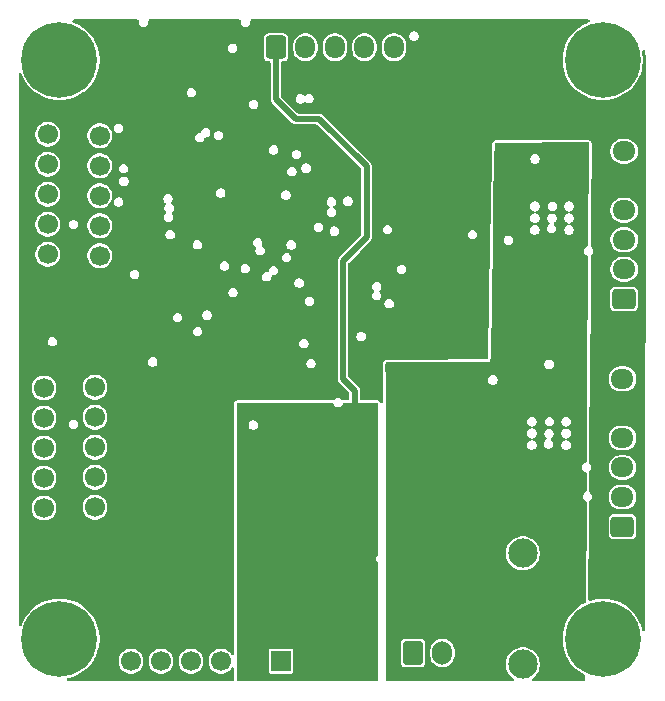
<source format=gbr>
%TF.GenerationSoftware,KiCad,Pcbnew,9.0.2*%
%TF.CreationDate,2025-10-13T17:24:41+02:00*%
%TF.ProjectId,Projet_Robot,50726f6a-6574-45f5-926f-626f742e6b69,rev?*%
%TF.SameCoordinates,Original*%
%TF.FileFunction,Copper,L3,Inr*%
%TF.FilePolarity,Positive*%
%FSLAX46Y46*%
G04 Gerber Fmt 4.6, Leading zero omitted, Abs format (unit mm)*
G04 Created by KiCad (PCBNEW 9.0.2) date 2025-10-13 17:24:41*
%MOMM*%
%LPD*%
G01*
G04 APERTURE LIST*
G04 Aperture macros list*
%AMRoundRect*
0 Rectangle with rounded corners*
0 $1 Rounding radius*
0 $2 $3 $4 $5 $6 $7 $8 $9 X,Y pos of 4 corners*
0 Add a 4 corners polygon primitive as box body*
4,1,4,$2,$3,$4,$5,$6,$7,$8,$9,$2,$3,0*
0 Add four circle primitives for the rounded corners*
1,1,$1+$1,$2,$3*
1,1,$1+$1,$4,$5*
1,1,$1+$1,$6,$7*
1,1,$1+$1,$8,$9*
0 Add four rect primitives between the rounded corners*
20,1,$1+$1,$2,$3,$4,$5,0*
20,1,$1+$1,$4,$5,$6,$7,0*
20,1,$1+$1,$6,$7,$8,$9,0*
20,1,$1+$1,$8,$9,$2,$3,0*%
G04 Aperture macros list end*
%TA.AperFunction,ComponentPad*%
%ADD10O,1.950000X1.700000*%
%TD*%
%TA.AperFunction,ComponentPad*%
%ADD11RoundRect,0.250000X0.725000X-0.600000X0.725000X0.600000X-0.725000X0.600000X-0.725000X-0.600000X0*%
%TD*%
%TA.AperFunction,ComponentPad*%
%ADD12R,1.700000X1.700000*%
%TD*%
%TA.AperFunction,ComponentPad*%
%ADD13C,1.700000*%
%TD*%
%TA.AperFunction,ComponentPad*%
%ADD14C,0.800000*%
%TD*%
%TA.AperFunction,ComponentPad*%
%ADD15C,6.400000*%
%TD*%
%TA.AperFunction,ComponentPad*%
%ADD16C,2.480000*%
%TD*%
%TA.AperFunction,ComponentPad*%
%ADD17RoundRect,0.250000X-0.600000X-0.725000X0.600000X-0.725000X0.600000X0.725000X-0.600000X0.725000X0*%
%TD*%
%TA.AperFunction,ComponentPad*%
%ADD18O,1.700000X1.950000*%
%TD*%
%TA.AperFunction,ComponentPad*%
%ADD19RoundRect,0.250000X-0.600000X-0.750000X0.600000X-0.750000X0.600000X0.750000X-0.600000X0.750000X0*%
%TD*%
%TA.AperFunction,ComponentPad*%
%ADD20O,1.700000X2.000000*%
%TD*%
%TA.AperFunction,ViaPad*%
%ADD21C,0.450000*%
%TD*%
%TA.AperFunction,Conductor*%
%ADD22C,0.500000*%
%TD*%
G04 APERTURE END LIST*
D10*
%TO.N,/Moteur2/Motor1+*%
%TO.C,Motor2*%
X184810000Y-78730000D03*
%TO.N,+3.3V*%
X184810000Y-81230000D03*
%TO.N,/Moteur2/ENC1_PH1*%
X184810000Y-83730000D03*
%TO.N,/Moteur2/ENC1_PH2*%
X184810000Y-86230000D03*
%TO.N,GND*%
X184810000Y-88730000D03*
D11*
%TO.N,/Moteur2/Motor1-*%
X184810000Y-91230000D03*
%TD*%
D12*
%TO.N,+3.3V*%
%TO.C,TOF3*%
X140410000Y-90100000D03*
D13*
%TO.N,/Capteurs/I2C1_SCL*%
X140410000Y-87560000D03*
%TO.N,/Capteurs/I2C1_SDA*%
X140410000Y-85020000D03*
%TO.N,/Capteurs/tof3_GPIO*%
X140410000Y-82480000D03*
%TO.N,GND*%
X140410000Y-79940000D03*
%TO.N,/Capteurs/TOF3_XSHUT*%
X140410000Y-77400000D03*
%TD*%
D12*
%TO.N,+3.3V*%
%TO.C,TOF1*%
X136020000Y-90000000D03*
D13*
%TO.N,/Capteurs/I2C1_SCL*%
X136020000Y-87460000D03*
%TO.N,/Capteurs/I2C1_SDA*%
X136020000Y-84920000D03*
%TO.N,/Capteurs/tof1_GPIO*%
X136020000Y-82380000D03*
%TO.N,GND*%
X136020000Y-79840000D03*
%TO.N,/Capteurs/TOF1_XSHUT*%
X136020000Y-77300000D03*
%TD*%
D14*
%TO.N,GND*%
%TO.C,H1*%
X134600000Y-71000000D03*
X135302944Y-69302944D03*
X135302944Y-72697056D03*
X137000000Y-68600000D03*
D15*
X137000000Y-71000000D03*
D14*
X137000000Y-73400000D03*
X138697056Y-69302944D03*
X138697056Y-72697056D03*
X139400000Y-71000000D03*
%TD*%
D16*
%TO.N,unconnected-(S1-Pad1)*%
%TO.C,S1*%
X176230000Y-122170000D03*
%TO.N,+VBAT*%
X176230000Y-117470000D03*
%TO.N,Net-(J1-Pin_2)*%
X176230000Y-112770000D03*
%TD*%
D12*
%TO.N,+3.3V*%
%TO.C,TOF4*%
X140010000Y-111400000D03*
D13*
%TO.N,/Capteurs/I2C1_SCL*%
X140010000Y-108860000D03*
%TO.N,/Capteurs/I2C1_SDA*%
X140010000Y-106320000D03*
%TO.N,/Capteurs/tof4_GPIO*%
X140010000Y-103780000D03*
%TO.N,GND*%
X140010000Y-101240000D03*
%TO.N,/Capteurs/TOF4_XSHUT*%
X140010000Y-98700000D03*
%TD*%
D12*
%TO.N,+3.3V*%
%TO.C,TOF2*%
X135690000Y-111470000D03*
D13*
%TO.N,/Capteurs/I2C1_SCL*%
X135690000Y-108930000D03*
%TO.N,/Capteurs/I2C1_SDA*%
X135690000Y-106390000D03*
%TO.N,/Capteurs/tof2_GPIO*%
X135690000Y-103850000D03*
%TO.N,GND*%
X135690000Y-101310000D03*
%TO.N,/Capteurs/TOF2_XSHUT*%
X135690000Y-98770000D03*
%TD*%
D14*
%TO.N,GND*%
%TO.C,H3*%
X134600000Y-120000000D03*
X135302944Y-118302944D03*
X135302944Y-121697056D03*
X137000000Y-117600000D03*
D15*
X137000000Y-120000000D03*
D14*
X137000000Y-122400000D03*
X138697056Y-118302944D03*
X138697056Y-121697056D03*
X139400000Y-120000000D03*
%TD*%
%TO.N,GND*%
%TO.C,H2*%
X180600000Y-71000000D03*
X181302944Y-69302944D03*
X181302944Y-72697056D03*
X183000000Y-68600000D03*
D15*
X183000000Y-71000000D03*
D14*
X183000000Y-73400000D03*
X184697056Y-69302944D03*
X184697056Y-72697056D03*
X185400000Y-71000000D03*
%TD*%
%TO.N,GND*%
%TO.C,H4*%
X180600000Y-120000000D03*
X181302944Y-118302944D03*
X181302944Y-121697056D03*
X183000000Y-117600000D03*
D15*
X183000000Y-120000000D03*
D14*
X183000000Y-122400000D03*
X184697056Y-118302944D03*
X184697056Y-121697056D03*
X185400000Y-120000000D03*
%TD*%
D11*
%TO.N,/Moteur1/Motor1-*%
%TO.C,Motor1*%
X184670000Y-110500000D03*
D10*
%TO.N,GND*%
X184670000Y-108000000D03*
%TO.N,/Moteur1/ENC1_PH2*%
X184670000Y-105500000D03*
%TO.N,/Moteur1/ENC1_PH1*%
X184670000Y-103000000D03*
%TO.N,+3.3V*%
X184670000Y-100500000D03*
%TO.N,/Moteur1/Motor1+*%
X184670000Y-98000000D03*
%TD*%
D17*
%TO.N,+5V*%
%TO.C,Lidar1*%
X155330000Y-69930000D03*
D18*
%TO.N,/Capteurs/LIDAR_USART2_RX*%
X157830000Y-69930000D03*
%TO.N,unconnected-(Lidar1-Pin_3-Pad3)*%
X160330000Y-69930000D03*
%TO.N,/Capteurs/M_CTR*%
X162830000Y-69930000D03*
%TO.N,GND*%
X165330000Y-69930000D03*
%TD*%
D19*
%TO.N,GND*%
%TO.C,J1*%
X166930000Y-121200000D03*
D20*
%TO.N,Net-(J1-Pin_2)*%
X169430000Y-121200000D03*
%TD*%
D12*
%TO.N,/Capteurs/Bluetooth_En*%
%TO.C,Bluetooth1*%
X155760000Y-121900000D03*
D13*
%TO.N,+5V*%
X153220000Y-121900000D03*
%TO.N,GND*%
X150680000Y-121900000D03*
%TO.N,/Capteurs/Bluetooth_USART3_RX*%
X148140000Y-121900000D03*
%TO.N,/Capteurs/Bluetooth_USART3_TX*%
X145600000Y-121900000D03*
%TO.N,unconnected-(Bluetooth1-Pin_6-Pad6)*%
X143060000Y-121900000D03*
%TD*%
D21*
%TO.N,+5V*%
X160200000Y-104900000D03*
X160800000Y-104900000D03*
X161400000Y-104900000D03*
%TO.N,+3.3V*%
X144700000Y-100700000D03*
X154800000Y-81510000D03*
X156120000Y-79725000D03*
X143725000Y-84600000D03*
X142800000Y-87100000D03*
X160900000Y-80250000D03*
X158300000Y-93570000D03*
X135075000Y-94800000D03*
X150900000Y-102850000D03*
X140775000Y-93850000D03*
X159025000Y-98100000D03*
X158441268Y-80708732D03*
X152200000Y-74445000D03*
X159800000Y-95200000D03*
%TO.N,+VBAT*%
X178100000Y-87900000D03*
X166100000Y-118700000D03*
X177800000Y-106200000D03*
X178400000Y-100100000D03*
X165540000Y-109600000D03*
X165480000Y-110800000D03*
X179087500Y-99100000D03*
X179337500Y-80900000D03*
X178722482Y-81880018D03*
%TD*%
D22*
%TO.N,+5V*%
X161000000Y-98000000D02*
X162000000Y-99000000D01*
X161000000Y-88000000D02*
X161000000Y-98000000D01*
X162000000Y-99000000D02*
X162000000Y-101000000D01*
X155330000Y-69930000D02*
X155330000Y-74330000D01*
X163000000Y-80000000D02*
X163000000Y-86000000D01*
X155330000Y-74330000D02*
X157000000Y-76000000D01*
X163000000Y-86000000D02*
X161000000Y-88000000D01*
X159000000Y-76000000D02*
X163000000Y-80000000D01*
X157000000Y-76000000D02*
X159000000Y-76000000D01*
%TD*%
%TA.AperFunction,Conductor*%
%TO.N,+5V*%
G36*
X160157263Y-100019685D02*
G01*
X160203018Y-100072489D01*
X160209996Y-100091901D01*
X160226793Y-100154587D01*
X160279520Y-100245913D01*
X160354087Y-100320480D01*
X160445413Y-100373207D01*
X160547273Y-100400500D01*
X160547275Y-100400500D01*
X160652725Y-100400500D01*
X160652727Y-100400500D01*
X160754587Y-100373207D01*
X160845913Y-100320480D01*
X160920480Y-100245913D01*
X160973207Y-100154587D01*
X160990002Y-100091906D01*
X161026365Y-100032247D01*
X161089212Y-100001717D01*
X161109776Y-100000000D01*
X163876000Y-100000000D01*
X163943039Y-100019685D01*
X163988794Y-100072489D01*
X164000000Y-100124000D01*
X164000000Y-112783139D01*
X163980315Y-112850178D01*
X163959197Y-112873136D01*
X163959834Y-112873773D01*
X163879521Y-112954085D01*
X163826794Y-113045410D01*
X163826793Y-113045413D01*
X163799500Y-113147273D01*
X163799500Y-113252726D01*
X163826793Y-113354586D01*
X163826794Y-113354589D01*
X163879521Y-113445914D01*
X163959834Y-113526227D01*
X163958275Y-113527785D01*
X163992683Y-113574894D01*
X164000000Y-113616859D01*
X164000000Y-123468846D01*
X163980315Y-123535885D01*
X163927511Y-123581640D01*
X163875892Y-123592846D01*
X152123892Y-123582614D01*
X152056870Y-123562871D01*
X152011161Y-123510027D01*
X152000000Y-123458614D01*
X152000000Y-121030247D01*
X154709500Y-121030247D01*
X154709500Y-122769752D01*
X154721131Y-122828229D01*
X154721132Y-122828230D01*
X154765447Y-122894552D01*
X154831769Y-122938867D01*
X154831770Y-122938868D01*
X154890247Y-122950499D01*
X154890250Y-122950500D01*
X154890252Y-122950500D01*
X156629750Y-122950500D01*
X156629751Y-122950499D01*
X156644568Y-122947552D01*
X156688229Y-122938868D01*
X156688229Y-122938867D01*
X156688231Y-122938867D01*
X156754552Y-122894552D01*
X156798867Y-122828231D01*
X156798867Y-122828229D01*
X156798868Y-122828229D01*
X156810499Y-122769752D01*
X156810500Y-122769750D01*
X156810500Y-121030249D01*
X156810499Y-121030247D01*
X156798868Y-120971770D01*
X156798867Y-120971769D01*
X156754552Y-120905447D01*
X156688230Y-120861132D01*
X156688229Y-120861131D01*
X156629752Y-120849500D01*
X156629748Y-120849500D01*
X154890252Y-120849500D01*
X154890247Y-120849500D01*
X154831770Y-120861131D01*
X154831769Y-120861132D01*
X154765447Y-120905447D01*
X154721132Y-120971769D01*
X154721131Y-120971770D01*
X154709500Y-121030247D01*
X152000000Y-121030247D01*
X152000000Y-101847273D01*
X153009500Y-101847273D01*
X153009500Y-101952727D01*
X153036793Y-102054587D01*
X153089520Y-102145913D01*
X153164087Y-102220480D01*
X153255413Y-102273207D01*
X153357273Y-102300500D01*
X153357275Y-102300500D01*
X153462725Y-102300500D01*
X153462727Y-102300500D01*
X153564587Y-102273207D01*
X153655913Y-102220480D01*
X153730480Y-102145913D01*
X153783207Y-102054587D01*
X153810500Y-101952727D01*
X153810500Y-101847273D01*
X153783207Y-101745413D01*
X153730480Y-101654087D01*
X153655913Y-101579520D01*
X153564587Y-101526793D01*
X153462727Y-101499500D01*
X153357273Y-101499500D01*
X153255413Y-101526793D01*
X153255410Y-101526794D01*
X153164085Y-101579521D01*
X153089521Y-101654085D01*
X153036794Y-101745410D01*
X153036793Y-101745413D01*
X153009500Y-101847273D01*
X152000000Y-101847273D01*
X152000000Y-100124000D01*
X152019685Y-100056961D01*
X152072489Y-100011206D01*
X152124000Y-100000000D01*
X160090224Y-100000000D01*
X160157263Y-100019685D01*
G37*
%TD.AperFunction*%
%TD*%
%TA.AperFunction,Conductor*%
%TO.N,+VBAT*%
G36*
X181798214Y-77977604D02*
G01*
X181844303Y-78030117D01*
X181855835Y-78083274D01*
X181791359Y-86666148D01*
X181771171Y-86733038D01*
X181718025Y-86778395D01*
X181699457Y-86784991D01*
X181689598Y-86787633D01*
X181655411Y-86796793D01*
X181655410Y-86796794D01*
X181564085Y-86849521D01*
X181489521Y-86924085D01*
X181436794Y-87015410D01*
X181436793Y-87015413D01*
X181409500Y-87117273D01*
X181409500Y-87222727D01*
X181436793Y-87324587D01*
X181489520Y-87415913D01*
X181564087Y-87490480D01*
X181655413Y-87543207D01*
X181691886Y-87552979D01*
X181751546Y-87589343D01*
X181782076Y-87652190D01*
X181783790Y-87673685D01*
X181703246Y-98395478D01*
X181665297Y-103447273D01*
X181653897Y-104964750D01*
X181633709Y-105031640D01*
X181580563Y-105076997D01*
X181561994Y-105083594D01*
X181475411Y-105106793D01*
X181475410Y-105106794D01*
X181384085Y-105159521D01*
X181309521Y-105234085D01*
X181256794Y-105325410D01*
X181256793Y-105325413D01*
X181229500Y-105427273D01*
X181229500Y-105532727D01*
X181256793Y-105634587D01*
X181309520Y-105725913D01*
X181384087Y-105800480D01*
X181475413Y-105853207D01*
X181554255Y-105874332D01*
X181613913Y-105910695D01*
X181644443Y-105973542D01*
X181646157Y-105995038D01*
X181635162Y-107458527D01*
X181614974Y-107525416D01*
X181561828Y-107570773D01*
X181548604Y-107575471D01*
X181545413Y-107576792D01*
X181454084Y-107629522D01*
X181379521Y-107704085D01*
X181326794Y-107795410D01*
X181326793Y-107795413D01*
X181299500Y-107897273D01*
X181299500Y-108002727D01*
X181326793Y-108104587D01*
X181379520Y-108195913D01*
X181454087Y-108270480D01*
X181545413Y-108323207D01*
X181545418Y-108323208D01*
X181551235Y-108325618D01*
X181605639Y-108369458D01*
X181627705Y-108435752D01*
X181627781Y-108441111D01*
X181564702Y-116838002D01*
X181544514Y-116904892D01*
X181499158Y-116946429D01*
X181249696Y-117079769D01*
X181249678Y-117079780D01*
X180971890Y-117265393D01*
X180971876Y-117265403D01*
X180713604Y-117477361D01*
X180477361Y-117713604D01*
X180265403Y-117971876D01*
X180265393Y-117971890D01*
X180079780Y-118249678D01*
X180079769Y-118249696D01*
X179922280Y-118544338D01*
X179922278Y-118544343D01*
X179794418Y-118853022D01*
X179697428Y-119172758D01*
X179697425Y-119172769D01*
X179632250Y-119500434D01*
X179632247Y-119500451D01*
X179606883Y-119757982D01*
X179599500Y-119832944D01*
X179599500Y-120167056D01*
X179606401Y-120237118D01*
X179632247Y-120499548D01*
X179632250Y-120499565D01*
X179697425Y-120827230D01*
X179697428Y-120827241D01*
X179794418Y-121146977D01*
X179922278Y-121455656D01*
X179922280Y-121455661D01*
X180079769Y-121750303D01*
X180079780Y-121750321D01*
X180265393Y-122028109D01*
X180265403Y-122028123D01*
X180477361Y-122286395D01*
X180713604Y-122522638D01*
X180713609Y-122522642D01*
X180713610Y-122522643D01*
X180971882Y-122734601D01*
X181249685Y-122920224D01*
X181249694Y-122920229D01*
X181249696Y-122920230D01*
X181451826Y-123028271D01*
X181501671Y-123077233D01*
X181517370Y-123138560D01*
X181514768Y-123485027D01*
X181494580Y-123551917D01*
X181441434Y-123597274D01*
X181390663Y-123608096D01*
X177088034Y-123604351D01*
X177021012Y-123584608D01*
X176975303Y-123531764D01*
X176965420Y-123462597D01*
X176994500Y-123399067D01*
X177015251Y-123380036D01*
X177168423Y-123268752D01*
X177328752Y-123108423D01*
X177462026Y-122924986D01*
X177564963Y-122722960D01*
X177635030Y-122507318D01*
X177670500Y-122283370D01*
X177670500Y-122056630D01*
X177635030Y-121832682D01*
X177564963Y-121617040D01*
X177462026Y-121415014D01*
X177462024Y-121415011D01*
X177462023Y-121415009D01*
X177328757Y-121231583D01*
X177328753Y-121231578D01*
X177168421Y-121071246D01*
X177168416Y-121071242D01*
X176984990Y-120937976D01*
X176782962Y-120835038D01*
X176782961Y-120835037D01*
X176782960Y-120835037D01*
X176567318Y-120764970D01*
X176567316Y-120764969D01*
X176567315Y-120764969D01*
X176395283Y-120737722D01*
X176343370Y-120729500D01*
X176116630Y-120729500D01*
X176064716Y-120737722D01*
X175892685Y-120764969D01*
X175677037Y-120835038D01*
X175475009Y-120937976D01*
X175291583Y-121071242D01*
X175291578Y-121071246D01*
X175131246Y-121231578D01*
X175131242Y-121231583D01*
X174997976Y-121415009D01*
X174895038Y-121617037D01*
X174824969Y-121832685D01*
X174789500Y-122056630D01*
X174789500Y-122283369D01*
X174807599Y-122397646D01*
X174824970Y-122507318D01*
X174829949Y-122522643D01*
X174895038Y-122722962D01*
X174997976Y-122924990D01*
X175131242Y-123108416D01*
X175131246Y-123108421D01*
X175291578Y-123268753D01*
X175291583Y-123268757D01*
X175442681Y-123378536D01*
X175485347Y-123433866D01*
X175491326Y-123503479D01*
X175458721Y-123565274D01*
X175397882Y-123599631D01*
X175369688Y-123602854D01*
X164751697Y-123593608D01*
X164684675Y-123573865D01*
X164638966Y-123521021D01*
X164627806Y-123469704D01*
X164625563Y-120395730D01*
X165879500Y-120395730D01*
X165879500Y-122004269D01*
X165882353Y-122034699D01*
X165882353Y-122034701D01*
X165927206Y-122162880D01*
X165927207Y-122162882D01*
X166007850Y-122272150D01*
X166117118Y-122352793D01*
X166138089Y-122360131D01*
X166245299Y-122397646D01*
X166275730Y-122400500D01*
X166275734Y-122400500D01*
X167584270Y-122400500D01*
X167614699Y-122397646D01*
X167614701Y-122397646D01*
X167678790Y-122375219D01*
X167742882Y-122352793D01*
X167852150Y-122272150D01*
X167932793Y-122162882D01*
X167955219Y-122098790D01*
X167977646Y-122034701D01*
X167977646Y-122034699D01*
X167980500Y-122004269D01*
X167980500Y-120946530D01*
X168379500Y-120946530D01*
X168379500Y-121453469D01*
X168419868Y-121656412D01*
X168419870Y-121656420D01*
X168499058Y-121847596D01*
X168614024Y-122019657D01*
X168760342Y-122165975D01*
X168760345Y-122165977D01*
X168932402Y-122280941D01*
X169123580Y-122360130D01*
X169312187Y-122397646D01*
X169326530Y-122400499D01*
X169326534Y-122400500D01*
X169326535Y-122400500D01*
X169533466Y-122400500D01*
X169533467Y-122400499D01*
X169736420Y-122360130D01*
X169927598Y-122280941D01*
X170099655Y-122165977D01*
X170245977Y-122019655D01*
X170360941Y-121847598D01*
X170440130Y-121656420D01*
X170480500Y-121453465D01*
X170480500Y-120946535D01*
X170440130Y-120743580D01*
X170360941Y-120552402D01*
X170245977Y-120380345D01*
X170245975Y-120380342D01*
X170099657Y-120234024D01*
X169999425Y-120167052D01*
X169927598Y-120119059D01*
X169736420Y-120039870D01*
X169736412Y-120039868D01*
X169533469Y-119999500D01*
X169533465Y-119999500D01*
X169326535Y-119999500D01*
X169326530Y-119999500D01*
X169123587Y-120039868D01*
X169123579Y-120039870D01*
X168932403Y-120119058D01*
X168760342Y-120234024D01*
X168614024Y-120380342D01*
X168499058Y-120552403D01*
X168419870Y-120743579D01*
X168419868Y-120743587D01*
X168379500Y-120946530D01*
X167980500Y-120946530D01*
X167980500Y-120395730D01*
X167977646Y-120365300D01*
X167977646Y-120365298D01*
X167932793Y-120237119D01*
X167932792Y-120237117D01*
X167852150Y-120127850D01*
X167742882Y-120047207D01*
X167742880Y-120047206D01*
X167614700Y-120002353D01*
X167584270Y-119999500D01*
X167584266Y-119999500D01*
X166275734Y-119999500D01*
X166275730Y-119999500D01*
X166245300Y-120002353D01*
X166245298Y-120002353D01*
X166117119Y-120047206D01*
X166117117Y-120047207D01*
X166007850Y-120127850D01*
X165927207Y-120237117D01*
X165927206Y-120237119D01*
X165882353Y-120365298D01*
X165882353Y-120365300D01*
X165879500Y-120395730D01*
X164625563Y-120395730D01*
X164619917Y-112656630D01*
X174789500Y-112656630D01*
X174789500Y-112883370D01*
X174824970Y-113107318D01*
X174837952Y-113147273D01*
X174895038Y-113322962D01*
X174997976Y-113524990D01*
X175131242Y-113708416D01*
X175131246Y-113708421D01*
X175291578Y-113868753D01*
X175291583Y-113868757D01*
X175475009Y-114002023D01*
X175475011Y-114002024D01*
X175475014Y-114002026D01*
X175677040Y-114104963D01*
X175892682Y-114175030D01*
X176116630Y-114210500D01*
X176116631Y-114210500D01*
X176343369Y-114210500D01*
X176343370Y-114210500D01*
X176567318Y-114175030D01*
X176782960Y-114104963D01*
X176984986Y-114002026D01*
X177168423Y-113868752D01*
X177328752Y-113708423D01*
X177462026Y-113524986D01*
X177564963Y-113322960D01*
X177635030Y-113107318D01*
X177670500Y-112883370D01*
X177670500Y-112656630D01*
X177635030Y-112432682D01*
X177564963Y-112217040D01*
X177462026Y-112015014D01*
X177462024Y-112015011D01*
X177462023Y-112015009D01*
X177328757Y-111831583D01*
X177328753Y-111831578D01*
X177168421Y-111671246D01*
X177168416Y-111671242D01*
X176984990Y-111537976D01*
X176782962Y-111435038D01*
X176782961Y-111435037D01*
X176782960Y-111435037D01*
X176567318Y-111364970D01*
X176567316Y-111364969D01*
X176567315Y-111364969D01*
X176395283Y-111337722D01*
X176343370Y-111329500D01*
X176116630Y-111329500D01*
X176064716Y-111337722D01*
X175892685Y-111364969D01*
X175677037Y-111435038D01*
X175475009Y-111537976D01*
X175291583Y-111671242D01*
X175291578Y-111671246D01*
X175131246Y-111831578D01*
X175131242Y-111831583D01*
X174997976Y-112015009D01*
X174895038Y-112217037D01*
X174824969Y-112432685D01*
X174789500Y-112656630D01*
X164619917Y-112656630D01*
X164614568Y-105325410D01*
X164611812Y-101547273D01*
X176599500Y-101547273D01*
X176599500Y-101652727D01*
X176626793Y-101754587D01*
X176679520Y-101845913D01*
X176754087Y-101920480D01*
X176845413Y-101973207D01*
X176871606Y-101980225D01*
X176931267Y-102016590D01*
X176961796Y-102079437D01*
X176953501Y-102148812D01*
X176909016Y-102202690D01*
X176871607Y-102219774D01*
X176845417Y-102226792D01*
X176845413Y-102226793D01*
X176845410Y-102226794D01*
X176754085Y-102279521D01*
X176679521Y-102354085D01*
X176626794Y-102445410D01*
X176626793Y-102445413D01*
X176599500Y-102547273D01*
X176599500Y-102652727D01*
X176626793Y-102754587D01*
X176679520Y-102845913D01*
X176754087Y-102920480D01*
X176845413Y-102973207D01*
X176871606Y-102980225D01*
X176931267Y-103016590D01*
X176961796Y-103079437D01*
X176953501Y-103148812D01*
X176909016Y-103202690D01*
X176871607Y-103219774D01*
X176845417Y-103226792D01*
X176845413Y-103226793D01*
X176845410Y-103226794D01*
X176754085Y-103279521D01*
X176679521Y-103354085D01*
X176626794Y-103445410D01*
X176626794Y-103445411D01*
X176626793Y-103445413D01*
X176599500Y-103547273D01*
X176599500Y-103652727D01*
X176626793Y-103754587D01*
X176679520Y-103845913D01*
X176754087Y-103920480D01*
X176845413Y-103973207D01*
X176947273Y-104000500D01*
X176947275Y-104000500D01*
X177052725Y-104000500D01*
X177052727Y-104000500D01*
X177154587Y-103973207D01*
X177245913Y-103920480D01*
X177320480Y-103845913D01*
X177373207Y-103754587D01*
X177400500Y-103652727D01*
X177400500Y-103547273D01*
X177373705Y-103447273D01*
X177999500Y-103447273D01*
X177999500Y-103552727D01*
X178026793Y-103654587D01*
X178079520Y-103745913D01*
X178154087Y-103820480D01*
X178245413Y-103873207D01*
X178347273Y-103900500D01*
X178347275Y-103900500D01*
X178452725Y-103900500D01*
X178452727Y-103900500D01*
X178554587Y-103873207D01*
X178645913Y-103820480D01*
X178720480Y-103745913D01*
X178773207Y-103654587D01*
X178800500Y-103552727D01*
X178800500Y-103447273D01*
X178773207Y-103345413D01*
X178720480Y-103254087D01*
X178645913Y-103179520D01*
X178645912Y-103179519D01*
X178639467Y-103174574D01*
X178641284Y-103172204D01*
X178602921Y-103131954D01*
X178589711Y-103063344D01*
X178615691Y-102998485D01*
X178651143Y-102967771D01*
X178698413Y-102940480D01*
X178772980Y-102865913D01*
X178825707Y-102774587D01*
X178853000Y-102672727D01*
X178853000Y-102567273D01*
X178825707Y-102465413D01*
X178772980Y-102374087D01*
X178698413Y-102299520D01*
X178607089Y-102246794D01*
X178607088Y-102246793D01*
X178596991Y-102244088D01*
X178505227Y-102219500D01*
X178399773Y-102219500D01*
X178366254Y-102228481D01*
X178366252Y-102228481D01*
X178297911Y-102246793D01*
X178297910Y-102246794D01*
X178206585Y-102299521D01*
X178132021Y-102374085D01*
X178079294Y-102465410D01*
X178079293Y-102465413D01*
X178052000Y-102567273D01*
X178052000Y-102672726D01*
X178079293Y-102774586D01*
X178079294Y-102774589D01*
X178132021Y-102865914D01*
X178206587Y-102940480D01*
X178213033Y-102945426D01*
X178211212Y-102947798D01*
X178249568Y-102988026D01*
X178262790Y-103056633D01*
X178236821Y-103121497D01*
X178201354Y-103152230D01*
X178154085Y-103179521D01*
X178079521Y-103254085D01*
X178026794Y-103345410D01*
X178026793Y-103345413D01*
X177999500Y-103447273D01*
X177373705Y-103447273D01*
X177373207Y-103445413D01*
X177320480Y-103354087D01*
X177245913Y-103279520D01*
X177154587Y-103226793D01*
X177154585Y-103226792D01*
X177138979Y-103222611D01*
X177128393Y-103219774D01*
X177068733Y-103183411D01*
X177038203Y-103120564D01*
X177046497Y-103051188D01*
X177090982Y-102997310D01*
X177128392Y-102980225D01*
X177154587Y-102973207D01*
X177245913Y-102920480D01*
X177320480Y-102845913D01*
X177373207Y-102754587D01*
X177400500Y-102652727D01*
X177400500Y-102547273D01*
X177373207Y-102445413D01*
X177320480Y-102354087D01*
X177245913Y-102279520D01*
X177154587Y-102226793D01*
X177154585Y-102226792D01*
X177138979Y-102222611D01*
X177128393Y-102219774D01*
X177068733Y-102183411D01*
X177038203Y-102120564D01*
X177046497Y-102051188D01*
X177090982Y-101997310D01*
X177128392Y-101980225D01*
X177154587Y-101973207D01*
X177245913Y-101920480D01*
X177320480Y-101845913D01*
X177373207Y-101754587D01*
X177400500Y-101652727D01*
X177400500Y-101547273D01*
X178099500Y-101547273D01*
X178099500Y-101652727D01*
X178126793Y-101754587D01*
X178179520Y-101845913D01*
X178254087Y-101920480D01*
X178345413Y-101973207D01*
X178447273Y-102000500D01*
X178552727Y-102000500D01*
X178654587Y-101973207D01*
X178745913Y-101920480D01*
X178820480Y-101845913D01*
X178873207Y-101754587D01*
X178900500Y-101652727D01*
X178900500Y-101547273D01*
X179499500Y-101547273D01*
X179499500Y-101652727D01*
X179526793Y-101754587D01*
X179579520Y-101845913D01*
X179654087Y-101920480D01*
X179745413Y-101973207D01*
X179771606Y-101980225D01*
X179831267Y-102016590D01*
X179861796Y-102079437D01*
X179853501Y-102148812D01*
X179809016Y-102202690D01*
X179771607Y-102219774D01*
X179745417Y-102226792D01*
X179745413Y-102226793D01*
X179745410Y-102226794D01*
X179654085Y-102279521D01*
X179579521Y-102354085D01*
X179526794Y-102445410D01*
X179526793Y-102445413D01*
X179499500Y-102547273D01*
X179499500Y-102652727D01*
X179526793Y-102754587D01*
X179579520Y-102845913D01*
X179654087Y-102920480D01*
X179745413Y-102973207D01*
X179771606Y-102980225D01*
X179831267Y-103016590D01*
X179861796Y-103079437D01*
X179853501Y-103148812D01*
X179809016Y-103202690D01*
X179771607Y-103219774D01*
X179745417Y-103226792D01*
X179745413Y-103226793D01*
X179745410Y-103226794D01*
X179654085Y-103279521D01*
X179579521Y-103354085D01*
X179526794Y-103445410D01*
X179526794Y-103445411D01*
X179526793Y-103445413D01*
X179499500Y-103547273D01*
X179499500Y-103652727D01*
X179526793Y-103754587D01*
X179579520Y-103845913D01*
X179654087Y-103920480D01*
X179745413Y-103973207D01*
X179847273Y-104000500D01*
X179847275Y-104000500D01*
X179952725Y-104000500D01*
X179952727Y-104000500D01*
X180054587Y-103973207D01*
X180145913Y-103920480D01*
X180220480Y-103845913D01*
X180273207Y-103754587D01*
X180300500Y-103652727D01*
X180300500Y-103547273D01*
X180273207Y-103445413D01*
X180220480Y-103354087D01*
X180145913Y-103279520D01*
X180054587Y-103226793D01*
X180054585Y-103226792D01*
X180038979Y-103222611D01*
X180028393Y-103219774D01*
X179968733Y-103183411D01*
X179938203Y-103120564D01*
X179946497Y-103051188D01*
X179990982Y-102997310D01*
X180028392Y-102980225D01*
X180054587Y-102973207D01*
X180145913Y-102920480D01*
X180220480Y-102845913D01*
X180273207Y-102754587D01*
X180300500Y-102652727D01*
X180300500Y-102547273D01*
X180273207Y-102445413D01*
X180220480Y-102354087D01*
X180145913Y-102279520D01*
X180054587Y-102226793D01*
X180054585Y-102226792D01*
X180038979Y-102222611D01*
X180028393Y-102219774D01*
X179968733Y-102183411D01*
X179938203Y-102120564D01*
X179946497Y-102051188D01*
X179990982Y-101997310D01*
X180028392Y-101980225D01*
X180054587Y-101973207D01*
X180145913Y-101920480D01*
X180220480Y-101845913D01*
X180273207Y-101754587D01*
X180300500Y-101652727D01*
X180300500Y-101547273D01*
X180273207Y-101445413D01*
X180220480Y-101354087D01*
X180145913Y-101279520D01*
X180054587Y-101226793D01*
X179952727Y-101199500D01*
X179847273Y-101199500D01*
X179745413Y-101226793D01*
X179745410Y-101226794D01*
X179654085Y-101279521D01*
X179579521Y-101354085D01*
X179526794Y-101445410D01*
X179526793Y-101445413D01*
X179499500Y-101547273D01*
X178900500Y-101547273D01*
X178873207Y-101445413D01*
X178820480Y-101354087D01*
X178745913Y-101279520D01*
X178654587Y-101226793D01*
X178552727Y-101199500D01*
X178447273Y-101199500D01*
X178345413Y-101226793D01*
X178345410Y-101226794D01*
X178254085Y-101279521D01*
X178179521Y-101354085D01*
X178126794Y-101445410D01*
X178126793Y-101445413D01*
X178099500Y-101547273D01*
X177400500Y-101547273D01*
X177373207Y-101445413D01*
X177320480Y-101354087D01*
X177245913Y-101279520D01*
X177154587Y-101226793D01*
X177052727Y-101199500D01*
X176947273Y-101199500D01*
X176845413Y-101226793D01*
X176845410Y-101226794D01*
X176754085Y-101279521D01*
X176679521Y-101354085D01*
X176626794Y-101445410D01*
X176626793Y-101445413D01*
X176599500Y-101547273D01*
X164611812Y-101547273D01*
X164611806Y-101539236D01*
X164609240Y-98022273D01*
X173299500Y-98022273D01*
X173299500Y-98127727D01*
X173326793Y-98229587D01*
X173379520Y-98320913D01*
X173454087Y-98395480D01*
X173545413Y-98448207D01*
X173647273Y-98475500D01*
X173647275Y-98475500D01*
X173752725Y-98475500D01*
X173752727Y-98475500D01*
X173854587Y-98448207D01*
X173945913Y-98395480D01*
X174020480Y-98320913D01*
X174073207Y-98229587D01*
X174100500Y-98127727D01*
X174100500Y-98022273D01*
X174073207Y-97920413D01*
X174020480Y-97829087D01*
X173945913Y-97754520D01*
X173854587Y-97701793D01*
X173752727Y-97674500D01*
X173647273Y-97674500D01*
X173545413Y-97701793D01*
X173545410Y-97701794D01*
X173454085Y-97754521D01*
X173379521Y-97829085D01*
X173326794Y-97920410D01*
X173326793Y-97920413D01*
X173299500Y-98022273D01*
X164609240Y-98022273D01*
X164609234Y-98014236D01*
X164608280Y-96707273D01*
X178059500Y-96707273D01*
X178059500Y-96812727D01*
X178086793Y-96914587D01*
X178139520Y-97005913D01*
X178214087Y-97080480D01*
X178305413Y-97133207D01*
X178407273Y-97160500D01*
X178407275Y-97160500D01*
X178512725Y-97160500D01*
X178512727Y-97160500D01*
X178614587Y-97133207D01*
X178705913Y-97080480D01*
X178780480Y-97005913D01*
X178833207Y-96914587D01*
X178860500Y-96812727D01*
X178860500Y-96707273D01*
X178833207Y-96605413D01*
X178780480Y-96514087D01*
X178705913Y-96439520D01*
X178614587Y-96386793D01*
X178512727Y-96359500D01*
X178407273Y-96359500D01*
X178305413Y-96386793D01*
X178305410Y-96386794D01*
X178214085Y-96439521D01*
X178139521Y-96514085D01*
X178086794Y-96605410D01*
X178086793Y-96605413D01*
X178059500Y-96707273D01*
X164608280Y-96707273D01*
X164608276Y-96701781D01*
X164627912Y-96634727D01*
X164680682Y-96588933D01*
X164731747Y-96577691D01*
X173494239Y-96540589D01*
X173501459Y-96155479D01*
X173687990Y-86207273D01*
X174609500Y-86207273D01*
X174609500Y-86312727D01*
X174636793Y-86414587D01*
X174689520Y-86505913D01*
X174764087Y-86580480D01*
X174855413Y-86633207D01*
X174957273Y-86660500D01*
X174957275Y-86660500D01*
X175062725Y-86660500D01*
X175062727Y-86660500D01*
X175164587Y-86633207D01*
X175255913Y-86580480D01*
X175330480Y-86505913D01*
X175383207Y-86414587D01*
X175410500Y-86312727D01*
X175410500Y-86207273D01*
X175383207Y-86105413D01*
X175330480Y-86014087D01*
X175255913Y-85939520D01*
X175164587Y-85886793D01*
X175062727Y-85859500D01*
X174957273Y-85859500D01*
X174855413Y-85886793D01*
X174855410Y-85886794D01*
X174764085Y-85939521D01*
X174689521Y-86014085D01*
X174636794Y-86105410D01*
X174636793Y-86105413D01*
X174609500Y-86207273D01*
X173687990Y-86207273D01*
X173688186Y-86196821D01*
X173741990Y-83327273D01*
X176849500Y-83327273D01*
X176849500Y-83432727D01*
X176876793Y-83534587D01*
X176929520Y-83625913D01*
X177004087Y-83700480D01*
X177095413Y-83753207D01*
X177121606Y-83760225D01*
X177181267Y-83796590D01*
X177211796Y-83859437D01*
X177203501Y-83928812D01*
X177159016Y-83982690D01*
X177121607Y-83999774D01*
X177095417Y-84006792D01*
X177095413Y-84006793D01*
X177095410Y-84006794D01*
X177004085Y-84059521D01*
X176929521Y-84134085D01*
X176876794Y-84225410D01*
X176876793Y-84225413D01*
X176849500Y-84327273D01*
X176849500Y-84432727D01*
X176876793Y-84534587D01*
X176929520Y-84625913D01*
X177004087Y-84700480D01*
X177095413Y-84753207D01*
X177121606Y-84760225D01*
X177181267Y-84796590D01*
X177211796Y-84859437D01*
X177203501Y-84928812D01*
X177159016Y-84982690D01*
X177121607Y-84999774D01*
X177095417Y-85006792D01*
X177095413Y-85006793D01*
X177095410Y-85006794D01*
X177004085Y-85059521D01*
X176929521Y-85134085D01*
X176876794Y-85225410D01*
X176876794Y-85225411D01*
X176876793Y-85225413D01*
X176849500Y-85327273D01*
X176849500Y-85432727D01*
X176876793Y-85534587D01*
X176929520Y-85625913D01*
X177004087Y-85700480D01*
X177095413Y-85753207D01*
X177197273Y-85780500D01*
X177197275Y-85780500D01*
X177302725Y-85780500D01*
X177302727Y-85780500D01*
X177404587Y-85753207D01*
X177495913Y-85700480D01*
X177570480Y-85625913D01*
X177623207Y-85534587D01*
X177650500Y-85432727D01*
X177650500Y-85327273D01*
X177623705Y-85227273D01*
X178249500Y-85227273D01*
X178249500Y-85332727D01*
X178276793Y-85434587D01*
X178329520Y-85525913D01*
X178404087Y-85600480D01*
X178495413Y-85653207D01*
X178597273Y-85680500D01*
X178597275Y-85680500D01*
X178702725Y-85680500D01*
X178702727Y-85680500D01*
X178804587Y-85653207D01*
X178895913Y-85600480D01*
X178970480Y-85525913D01*
X179023207Y-85434587D01*
X179050500Y-85332727D01*
X179050500Y-85227273D01*
X179023207Y-85125413D01*
X178970480Y-85034087D01*
X178895913Y-84959520D01*
X178895912Y-84959519D01*
X178889467Y-84954574D01*
X178891284Y-84952204D01*
X178852921Y-84911954D01*
X178839711Y-84843344D01*
X178865691Y-84778485D01*
X178901143Y-84747771D01*
X178948413Y-84720480D01*
X179022980Y-84645913D01*
X179075707Y-84554587D01*
X179103000Y-84452727D01*
X179103000Y-84347273D01*
X179075707Y-84245413D01*
X179022980Y-84154087D01*
X178948413Y-84079520D01*
X178857089Y-84026794D01*
X178857088Y-84026793D01*
X178846991Y-84024088D01*
X178755227Y-83999500D01*
X178649773Y-83999500D01*
X178616254Y-84008481D01*
X178616252Y-84008481D01*
X178547911Y-84026793D01*
X178547910Y-84026794D01*
X178456585Y-84079521D01*
X178382021Y-84154085D01*
X178329294Y-84245410D01*
X178329293Y-84245413D01*
X178302000Y-84347273D01*
X178302000Y-84452726D01*
X178329293Y-84554586D01*
X178329294Y-84554589D01*
X178382021Y-84645914D01*
X178456587Y-84720480D01*
X178463033Y-84725426D01*
X178461212Y-84727798D01*
X178499568Y-84768026D01*
X178512790Y-84836633D01*
X178486821Y-84901497D01*
X178451354Y-84932230D01*
X178404085Y-84959521D01*
X178329521Y-85034085D01*
X178276794Y-85125410D01*
X178276793Y-85125413D01*
X178249500Y-85227273D01*
X177623705Y-85227273D01*
X177623207Y-85225413D01*
X177570480Y-85134087D01*
X177495913Y-85059520D01*
X177404587Y-85006793D01*
X177404585Y-85006792D01*
X177388979Y-85002611D01*
X177378393Y-84999774D01*
X177318733Y-84963411D01*
X177288203Y-84900564D01*
X177296497Y-84831188D01*
X177340982Y-84777310D01*
X177378392Y-84760225D01*
X177404587Y-84753207D01*
X177495913Y-84700480D01*
X177570480Y-84625913D01*
X177623207Y-84534587D01*
X177650500Y-84432727D01*
X177650500Y-84327273D01*
X177623207Y-84225413D01*
X177570480Y-84134087D01*
X177495913Y-84059520D01*
X177404587Y-84006793D01*
X177404585Y-84006792D01*
X177388979Y-84002611D01*
X177378393Y-83999774D01*
X177318733Y-83963411D01*
X177288203Y-83900564D01*
X177296497Y-83831188D01*
X177340982Y-83777310D01*
X177378392Y-83760225D01*
X177404587Y-83753207D01*
X177495913Y-83700480D01*
X177570480Y-83625913D01*
X177623207Y-83534587D01*
X177650500Y-83432727D01*
X177650500Y-83327273D01*
X178349500Y-83327273D01*
X178349500Y-83432727D01*
X178376793Y-83534587D01*
X178429520Y-83625913D01*
X178504087Y-83700480D01*
X178595413Y-83753207D01*
X178697273Y-83780500D01*
X178802727Y-83780500D01*
X178904587Y-83753207D01*
X178995913Y-83700480D01*
X179070480Y-83625913D01*
X179123207Y-83534587D01*
X179150500Y-83432727D01*
X179150500Y-83327273D01*
X179749500Y-83327273D01*
X179749500Y-83432727D01*
X179776793Y-83534587D01*
X179829520Y-83625913D01*
X179904087Y-83700480D01*
X179995413Y-83753207D01*
X180021606Y-83760225D01*
X180081267Y-83796590D01*
X180111796Y-83859437D01*
X180103501Y-83928812D01*
X180059016Y-83982690D01*
X180021607Y-83999774D01*
X179995417Y-84006792D01*
X179995413Y-84006793D01*
X179995410Y-84006794D01*
X179904085Y-84059521D01*
X179829521Y-84134085D01*
X179776794Y-84225410D01*
X179776793Y-84225413D01*
X179749500Y-84327273D01*
X179749500Y-84432727D01*
X179776793Y-84534587D01*
X179829520Y-84625913D01*
X179904087Y-84700480D01*
X179995413Y-84753207D01*
X180021606Y-84760225D01*
X180081267Y-84796590D01*
X180111796Y-84859437D01*
X180103501Y-84928812D01*
X180059016Y-84982690D01*
X180021607Y-84999774D01*
X179995417Y-85006792D01*
X179995413Y-85006793D01*
X179995410Y-85006794D01*
X179904085Y-85059521D01*
X179829521Y-85134085D01*
X179776794Y-85225410D01*
X179776794Y-85225411D01*
X179776793Y-85225413D01*
X179749500Y-85327273D01*
X179749500Y-85432727D01*
X179776793Y-85534587D01*
X179829520Y-85625913D01*
X179904087Y-85700480D01*
X179995413Y-85753207D01*
X180097273Y-85780500D01*
X180097275Y-85780500D01*
X180202725Y-85780500D01*
X180202727Y-85780500D01*
X180304587Y-85753207D01*
X180395913Y-85700480D01*
X180470480Y-85625913D01*
X180523207Y-85534587D01*
X180550500Y-85432727D01*
X180550500Y-85327273D01*
X180523207Y-85225413D01*
X180470480Y-85134087D01*
X180395913Y-85059520D01*
X180304587Y-85006793D01*
X180304585Y-85006792D01*
X180288979Y-85002611D01*
X180278393Y-84999774D01*
X180218733Y-84963411D01*
X180188203Y-84900564D01*
X180196497Y-84831188D01*
X180240982Y-84777310D01*
X180278392Y-84760225D01*
X180304587Y-84753207D01*
X180395913Y-84700480D01*
X180470480Y-84625913D01*
X180523207Y-84534587D01*
X180550500Y-84432727D01*
X180550500Y-84327273D01*
X180523207Y-84225413D01*
X180470480Y-84134087D01*
X180395913Y-84059520D01*
X180304587Y-84006793D01*
X180304585Y-84006792D01*
X180288979Y-84002611D01*
X180278393Y-83999774D01*
X180218733Y-83963411D01*
X180188203Y-83900564D01*
X180196497Y-83831188D01*
X180240982Y-83777310D01*
X180278392Y-83760225D01*
X180304587Y-83753207D01*
X180395913Y-83700480D01*
X180470480Y-83625913D01*
X180523207Y-83534587D01*
X180550500Y-83432727D01*
X180550500Y-83327273D01*
X180523207Y-83225413D01*
X180470480Y-83134087D01*
X180395913Y-83059520D01*
X180304587Y-83006793D01*
X180202727Y-82979500D01*
X180097273Y-82979500D01*
X179995413Y-83006793D01*
X179995410Y-83006794D01*
X179904085Y-83059521D01*
X179829521Y-83134085D01*
X179776794Y-83225410D01*
X179776793Y-83225413D01*
X179749500Y-83327273D01*
X179150500Y-83327273D01*
X179123207Y-83225413D01*
X179070480Y-83134087D01*
X178995913Y-83059520D01*
X178904587Y-83006793D01*
X178802727Y-82979500D01*
X178697273Y-82979500D01*
X178595413Y-83006793D01*
X178595410Y-83006794D01*
X178504085Y-83059521D01*
X178429521Y-83134085D01*
X178376794Y-83225410D01*
X178376793Y-83225413D01*
X178349500Y-83327273D01*
X177650500Y-83327273D01*
X177623207Y-83225413D01*
X177570480Y-83134087D01*
X177495913Y-83059520D01*
X177404587Y-83006793D01*
X177302727Y-82979500D01*
X177197273Y-82979500D01*
X177095413Y-83006793D01*
X177095410Y-83006794D01*
X177004085Y-83059521D01*
X176929521Y-83134085D01*
X176876794Y-83225410D01*
X176876793Y-83225413D01*
X176849500Y-83327273D01*
X173741990Y-83327273D01*
X173742186Y-83316821D01*
X173817178Y-79317273D01*
X176869500Y-79317273D01*
X176869500Y-79422727D01*
X176896793Y-79524587D01*
X176949520Y-79615913D01*
X177024087Y-79690480D01*
X177115413Y-79743207D01*
X177217273Y-79770500D01*
X177217275Y-79770500D01*
X177322725Y-79770500D01*
X177322727Y-79770500D01*
X177424587Y-79743207D01*
X177515913Y-79690480D01*
X177590480Y-79615913D01*
X177643207Y-79524587D01*
X177670500Y-79422727D01*
X177670500Y-79317273D01*
X177643207Y-79215413D01*
X177590480Y-79124087D01*
X177515913Y-79049520D01*
X177424587Y-78996793D01*
X177322727Y-78969500D01*
X177217273Y-78969500D01*
X177115413Y-78996793D01*
X177115410Y-78996794D01*
X177024085Y-79049521D01*
X176949521Y-79124085D01*
X176896794Y-79215410D01*
X176896793Y-79215413D01*
X176869500Y-79317273D01*
X173817178Y-79317273D01*
X173817374Y-79306821D01*
X173839452Y-78129310D01*
X173860390Y-78062652D01*
X173914042Y-78017895D01*
X173962639Y-78007637D01*
X181731053Y-77958345D01*
X181798214Y-77977604D01*
G37*
%TD.AperFunction*%
%TD*%
%TA.AperFunction,Conductor*%
%TO.N,+3.3V*%
G36*
X143675966Y-67590185D02*
G01*
X143721721Y-67642989D01*
X143731665Y-67712147D01*
X143728704Y-67726580D01*
X143724500Y-67742273D01*
X143724500Y-67847727D01*
X143751793Y-67949587D01*
X143804520Y-68040913D01*
X143879087Y-68115480D01*
X143970413Y-68168207D01*
X144072273Y-68195500D01*
X144072275Y-68195500D01*
X144177725Y-68195500D01*
X144177727Y-68195500D01*
X144279587Y-68168207D01*
X144370913Y-68115480D01*
X144445480Y-68040913D01*
X144498207Y-67949587D01*
X144525500Y-67847727D01*
X144525500Y-67742273D01*
X144521298Y-67726591D01*
X144522961Y-67656744D01*
X144562123Y-67598882D01*
X144626351Y-67571377D01*
X144641073Y-67570500D01*
X152233927Y-67570500D01*
X152300966Y-67590185D01*
X152346721Y-67642989D01*
X152356665Y-67712147D01*
X152353704Y-67726580D01*
X152349500Y-67742273D01*
X152349500Y-67847727D01*
X152376793Y-67949587D01*
X152429520Y-68040913D01*
X152504087Y-68115480D01*
X152595413Y-68168207D01*
X152697273Y-68195500D01*
X152697275Y-68195500D01*
X152802725Y-68195500D01*
X152802727Y-68195500D01*
X152904587Y-68168207D01*
X152995913Y-68115480D01*
X153070480Y-68040913D01*
X153123207Y-67949587D01*
X153150500Y-67847727D01*
X153150500Y-67742273D01*
X153146298Y-67726591D01*
X153147961Y-67656744D01*
X153187123Y-67598882D01*
X153251351Y-67571377D01*
X153266073Y-67570500D01*
X181770220Y-67570500D01*
X181837259Y-67590185D01*
X181883014Y-67642989D01*
X181892958Y-67712147D01*
X181863933Y-67775703D01*
X181817673Y-67809061D01*
X181544343Y-67922278D01*
X181544338Y-67922280D01*
X181249696Y-68079769D01*
X181249678Y-68079780D01*
X180971890Y-68265393D01*
X180971876Y-68265403D01*
X180713604Y-68477361D01*
X180477361Y-68713604D01*
X180265403Y-68971876D01*
X180265393Y-68971890D01*
X180079780Y-69249678D01*
X180079769Y-69249696D01*
X179922280Y-69544338D01*
X179922278Y-69544343D01*
X179794418Y-69853022D01*
X179697428Y-70172758D01*
X179697425Y-70172769D01*
X179632250Y-70500434D01*
X179632247Y-70500451D01*
X179599500Y-70832947D01*
X179599500Y-71167052D01*
X179632247Y-71499548D01*
X179632250Y-71499565D01*
X179697425Y-71827230D01*
X179697428Y-71827241D01*
X179794418Y-72146977D01*
X179922278Y-72455656D01*
X179922280Y-72455661D01*
X180079769Y-72750303D01*
X180079780Y-72750321D01*
X180265393Y-73028109D01*
X180265403Y-73028123D01*
X180477361Y-73286395D01*
X180713604Y-73522638D01*
X180713609Y-73522642D01*
X180713610Y-73522643D01*
X180971882Y-73734601D01*
X181249685Y-73920224D01*
X181249694Y-73920229D01*
X181249696Y-73920230D01*
X181544338Y-74077719D01*
X181544340Y-74077719D01*
X181544346Y-74077723D01*
X181853024Y-74205582D01*
X182172749Y-74302569D01*
X182172755Y-74302570D01*
X182172758Y-74302571D01*
X182172769Y-74302574D01*
X182374632Y-74342726D01*
X182500441Y-74367751D01*
X182832944Y-74400500D01*
X182832947Y-74400500D01*
X183167053Y-74400500D01*
X183167056Y-74400500D01*
X183499559Y-74367751D01*
X183661757Y-74335487D01*
X183827230Y-74302574D01*
X183827241Y-74302571D01*
X183827241Y-74302570D01*
X183827251Y-74302569D01*
X184146976Y-74205582D01*
X184455654Y-74077723D01*
X184750315Y-73920224D01*
X185028118Y-73734601D01*
X185286390Y-73522643D01*
X185522643Y-73286390D01*
X185734601Y-73028118D01*
X185920224Y-72750315D01*
X186077723Y-72455654D01*
X186205582Y-72146976D01*
X186302569Y-71827251D01*
X186302571Y-71827241D01*
X186302574Y-71827230D01*
X186335487Y-71661757D01*
X186367751Y-71499559D01*
X186400500Y-71167056D01*
X186400500Y-70832944D01*
X186367751Y-70500441D01*
X186322172Y-70271298D01*
X186328399Y-70201707D01*
X186371262Y-70146529D01*
X186437152Y-70123285D01*
X186505149Y-70139353D01*
X186553665Y-70189632D01*
X186564073Y-70216978D01*
X186604933Y-70380105D01*
X186607307Y-70392040D01*
X186655908Y-70719698D01*
X186657101Y-70731809D01*
X186673419Y-71064060D01*
X186673568Y-71070143D01*
X186673568Y-71104354D01*
X186565899Y-119237881D01*
X186546064Y-119304877D01*
X186493158Y-119350513D01*
X186423977Y-119360302D01*
X186360487Y-119331135D01*
X186322844Y-119272273D01*
X186320282Y-119261795D01*
X186302574Y-119172769D01*
X186302571Y-119172758D01*
X186302570Y-119172755D01*
X186302569Y-119172749D01*
X186205582Y-118853024D01*
X186077723Y-118544346D01*
X185920224Y-118249685D01*
X185734601Y-117971882D01*
X185522643Y-117713610D01*
X185522642Y-117713609D01*
X185522638Y-117713604D01*
X185286395Y-117477361D01*
X185028123Y-117265403D01*
X185028122Y-117265402D01*
X185028118Y-117265399D01*
X184750315Y-117079776D01*
X184750310Y-117079773D01*
X184750303Y-117079769D01*
X184455661Y-116922280D01*
X184455656Y-116922278D01*
X184146977Y-116794418D01*
X183827241Y-116697428D01*
X183827230Y-116697425D01*
X183499565Y-116632250D01*
X183499548Y-116632247D01*
X183248108Y-116607483D01*
X183167056Y-116599500D01*
X182832944Y-116599500D01*
X182757982Y-116606883D01*
X182500451Y-116632247D01*
X182500434Y-116632250D01*
X182172769Y-116697425D01*
X182172758Y-116697428D01*
X181931603Y-116770581D01*
X181861736Y-116771204D01*
X181802623Y-116733955D01*
X181773032Y-116670661D01*
X181771611Y-116650999D01*
X181822735Y-109845730D01*
X183494500Y-109845730D01*
X183494500Y-111154269D01*
X183497353Y-111184699D01*
X183497353Y-111184701D01*
X183542206Y-111312880D01*
X183542207Y-111312882D01*
X183622850Y-111422150D01*
X183732118Y-111502793D01*
X183774845Y-111517744D01*
X183860299Y-111547646D01*
X183890730Y-111550500D01*
X183890734Y-111550500D01*
X185449270Y-111550500D01*
X185479699Y-111547646D01*
X185479701Y-111547646D01*
X185543790Y-111525219D01*
X185607882Y-111502793D01*
X185717150Y-111422150D01*
X185797793Y-111312882D01*
X185820219Y-111248790D01*
X185842646Y-111184701D01*
X185842646Y-111184699D01*
X185845500Y-111154269D01*
X185845500Y-109845730D01*
X185842646Y-109815300D01*
X185842646Y-109815298D01*
X185797793Y-109687119D01*
X185797792Y-109687117D01*
X185717150Y-109577850D01*
X185607882Y-109497207D01*
X185607880Y-109497206D01*
X185479700Y-109452353D01*
X185449270Y-109449500D01*
X185449266Y-109449500D01*
X183890734Y-109449500D01*
X183890730Y-109449500D01*
X183860300Y-109452353D01*
X183860298Y-109452353D01*
X183732119Y-109497206D01*
X183732117Y-109497207D01*
X183622850Y-109577850D01*
X183542207Y-109687117D01*
X183542206Y-109687119D01*
X183497353Y-109815298D01*
X183497353Y-109815300D01*
X183494500Y-109845730D01*
X181822735Y-109845730D01*
X181833275Y-108442655D01*
X181833260Y-108438197D01*
X181833184Y-108432838D01*
X181832571Y-108429218D01*
X181840784Y-108359835D01*
X181885206Y-108305905D01*
X181892793Y-108301148D01*
X181945913Y-108270480D01*
X182020480Y-108195913D01*
X182073207Y-108104587D01*
X182100500Y-108002727D01*
X182100500Y-107897273D01*
X182100301Y-107896530D01*
X183494500Y-107896530D01*
X183494500Y-108103469D01*
X183534868Y-108306412D01*
X183534870Y-108306420D01*
X183587233Y-108432836D01*
X183614059Y-108497598D01*
X183671541Y-108583626D01*
X183729024Y-108669657D01*
X183875342Y-108815975D01*
X183875345Y-108815977D01*
X184047402Y-108930941D01*
X184238580Y-109010130D01*
X184441530Y-109050499D01*
X184441534Y-109050500D01*
X184441535Y-109050500D01*
X184898466Y-109050500D01*
X184898467Y-109050499D01*
X185101420Y-109010130D01*
X185292598Y-108930941D01*
X185464655Y-108815977D01*
X185610977Y-108669655D01*
X185725941Y-108497598D01*
X185805130Y-108306420D01*
X185845500Y-108103465D01*
X185845500Y-107896535D01*
X185805130Y-107693580D01*
X185725941Y-107502402D01*
X185610977Y-107330345D01*
X185610975Y-107330342D01*
X185464657Y-107184024D01*
X185378626Y-107126541D01*
X185292598Y-107069059D01*
X185101420Y-106989870D01*
X185101412Y-106989868D01*
X184898469Y-106949500D01*
X184898465Y-106949500D01*
X184441535Y-106949500D01*
X184441530Y-106949500D01*
X184238587Y-106989868D01*
X184238579Y-106989870D01*
X184047403Y-107069058D01*
X183875342Y-107184024D01*
X183729024Y-107330342D01*
X183614058Y-107502403D01*
X183534870Y-107693579D01*
X183534868Y-107693587D01*
X183494500Y-107896530D01*
X182100301Y-107896530D01*
X182073207Y-107795413D01*
X182020480Y-107704087D01*
X181945913Y-107629520D01*
X181898789Y-107602313D01*
X181850575Y-107551746D01*
X181837353Y-107483139D01*
X181838189Y-107476358D01*
X181840656Y-107460071D01*
X181851651Y-105996582D01*
X181851007Y-105978704D01*
X181849293Y-105957208D01*
X181840344Y-105924348D01*
X181841722Y-105854493D01*
X181872306Y-105804085D01*
X181875908Y-105800482D01*
X181875913Y-105800480D01*
X181950480Y-105725913D01*
X182003207Y-105634587D01*
X182030500Y-105532727D01*
X182030500Y-105427273D01*
X182022263Y-105396530D01*
X183494500Y-105396530D01*
X183494500Y-105603469D01*
X183534868Y-105806412D01*
X183534870Y-105806420D01*
X183613638Y-105996583D01*
X183614059Y-105997598D01*
X183671509Y-106083579D01*
X183729024Y-106169657D01*
X183875342Y-106315975D01*
X183875345Y-106315977D01*
X184047402Y-106430941D01*
X184238580Y-106510130D01*
X184441530Y-106550499D01*
X184441534Y-106550500D01*
X184441535Y-106550500D01*
X184898466Y-106550500D01*
X184898467Y-106550499D01*
X185101420Y-106510130D01*
X185292598Y-106430941D01*
X185464655Y-106315977D01*
X185610977Y-106169655D01*
X185725941Y-105997598D01*
X185805130Y-105806420D01*
X185845500Y-105603465D01*
X185845500Y-105396535D01*
X185805130Y-105193580D01*
X185725941Y-105002402D01*
X185610977Y-104830345D01*
X185610975Y-104830342D01*
X185464657Y-104684024D01*
X185332881Y-104595975D01*
X185292598Y-104569059D01*
X185101420Y-104489870D01*
X185101412Y-104489868D01*
X184898469Y-104449500D01*
X184898465Y-104449500D01*
X184441535Y-104449500D01*
X184441530Y-104449500D01*
X184238587Y-104489868D01*
X184238579Y-104489870D01*
X184047403Y-104569058D01*
X183875342Y-104684024D01*
X183729024Y-104830342D01*
X183614058Y-105002403D01*
X183534870Y-105193579D01*
X183534868Y-105193587D01*
X183494500Y-105396530D01*
X182022263Y-105396530D01*
X182003207Y-105325413D01*
X181950480Y-105234087D01*
X181877573Y-105161180D01*
X181844088Y-105099857D01*
X181846544Y-105037668D01*
X181850632Y-105024126D01*
X181859391Y-104966294D01*
X181874939Y-102896530D01*
X183494500Y-102896530D01*
X183494500Y-103103469D01*
X183534868Y-103306412D01*
X183534870Y-103306420D01*
X183614058Y-103497596D01*
X183729024Y-103669657D01*
X183875342Y-103815975D01*
X183875345Y-103815977D01*
X184047402Y-103930941D01*
X184238580Y-104010130D01*
X184441530Y-104050499D01*
X184441534Y-104050500D01*
X184441535Y-104050500D01*
X184898466Y-104050500D01*
X184898467Y-104050499D01*
X185101420Y-104010130D01*
X185292598Y-103930941D01*
X185464655Y-103815977D01*
X185610977Y-103669655D01*
X185725941Y-103497598D01*
X185805130Y-103306420D01*
X185845500Y-103103465D01*
X185845500Y-102896535D01*
X185805130Y-102693580D01*
X185725941Y-102502402D01*
X185610977Y-102330345D01*
X185610975Y-102330342D01*
X185464657Y-102184024D01*
X185310340Y-102080914D01*
X185292598Y-102069059D01*
X185261015Y-102055977D01*
X185101420Y-101989870D01*
X185101412Y-101989868D01*
X184898469Y-101949500D01*
X184898465Y-101949500D01*
X184441535Y-101949500D01*
X184441530Y-101949500D01*
X184238587Y-101989868D01*
X184238579Y-101989870D01*
X184047403Y-102069058D01*
X183875342Y-102184024D01*
X183729024Y-102330342D01*
X183614058Y-102502403D01*
X183534870Y-102693579D01*
X183534868Y-102693587D01*
X183494500Y-102896530D01*
X181874939Y-102896530D01*
X181912500Y-97896530D01*
X183494500Y-97896530D01*
X183494500Y-98103469D01*
X183534868Y-98306412D01*
X183534870Y-98306420D01*
X183614058Y-98497596D01*
X183729024Y-98669657D01*
X183875342Y-98815975D01*
X183875345Y-98815977D01*
X184047402Y-98930941D01*
X184238580Y-99010130D01*
X184441530Y-99050499D01*
X184441534Y-99050500D01*
X184441535Y-99050500D01*
X184898466Y-99050500D01*
X184898467Y-99050499D01*
X185101420Y-99010130D01*
X185292598Y-98930941D01*
X185464655Y-98815977D01*
X185610977Y-98669655D01*
X185725941Y-98497598D01*
X185805130Y-98306420D01*
X185845500Y-98103465D01*
X185845500Y-97896535D01*
X185805130Y-97693580D01*
X185725941Y-97502402D01*
X185610977Y-97330345D01*
X185610975Y-97330342D01*
X185464657Y-97184024D01*
X185339653Y-97100500D01*
X185292598Y-97069059D01*
X185101420Y-96989870D01*
X185101412Y-96989868D01*
X184898469Y-96949500D01*
X184898465Y-96949500D01*
X184441535Y-96949500D01*
X184441530Y-96949500D01*
X184238587Y-96989868D01*
X184238579Y-96989870D01*
X184047403Y-97069058D01*
X183875342Y-97184024D01*
X183729024Y-97330342D01*
X183614058Y-97502403D01*
X183534870Y-97693579D01*
X183534868Y-97693587D01*
X183494500Y-97896530D01*
X181912500Y-97896530D01*
X181967495Y-90575730D01*
X183634500Y-90575730D01*
X183634500Y-91884269D01*
X183637353Y-91914699D01*
X183637353Y-91914701D01*
X183679525Y-92035217D01*
X183682207Y-92042882D01*
X183762850Y-92152150D01*
X183872118Y-92232793D01*
X183914845Y-92247744D01*
X184000299Y-92277646D01*
X184030730Y-92280500D01*
X184030734Y-92280500D01*
X185589270Y-92280500D01*
X185619699Y-92277646D01*
X185619701Y-92277646D01*
X185683790Y-92255219D01*
X185747882Y-92232793D01*
X185857150Y-92152150D01*
X185937793Y-92042882D01*
X185968476Y-91955195D01*
X185982646Y-91914701D01*
X185982646Y-91914699D01*
X185985500Y-91884269D01*
X185985500Y-90575730D01*
X185982646Y-90545300D01*
X185982646Y-90545298D01*
X185941597Y-90427989D01*
X185937793Y-90417118D01*
X185857150Y-90307850D01*
X185747882Y-90227207D01*
X185747880Y-90227206D01*
X185619700Y-90182353D01*
X185589270Y-90179500D01*
X185589266Y-90179500D01*
X184030734Y-90179500D01*
X184030730Y-90179500D01*
X184000300Y-90182353D01*
X184000298Y-90182353D01*
X183872119Y-90227206D01*
X183872117Y-90227207D01*
X183762850Y-90307850D01*
X183682207Y-90417117D01*
X183682206Y-90417119D01*
X183637353Y-90545298D01*
X183637353Y-90545300D01*
X183634500Y-90575730D01*
X181967495Y-90575730D01*
X181982138Y-88626530D01*
X183634500Y-88626530D01*
X183634500Y-88833469D01*
X183674868Y-89036412D01*
X183674870Y-89036420D01*
X183753189Y-89225499D01*
X183754059Y-89227598D01*
X183773740Y-89257053D01*
X183869024Y-89399657D01*
X184015342Y-89545975D01*
X184015345Y-89545977D01*
X184187402Y-89660941D01*
X184378580Y-89740130D01*
X184581530Y-89780499D01*
X184581534Y-89780500D01*
X184581535Y-89780500D01*
X185038466Y-89780500D01*
X185038467Y-89780499D01*
X185241420Y-89740130D01*
X185432598Y-89660941D01*
X185604655Y-89545977D01*
X185750977Y-89399655D01*
X185865941Y-89227598D01*
X185945130Y-89036420D01*
X185985500Y-88833465D01*
X185985500Y-88626535D01*
X185945130Y-88423580D01*
X185865941Y-88232402D01*
X185750977Y-88060345D01*
X185750975Y-88060342D01*
X185604657Y-87914024D01*
X185473086Y-87826112D01*
X185432598Y-87799059D01*
X185381098Y-87777727D01*
X185241420Y-87719870D01*
X185241412Y-87719868D01*
X185038469Y-87679500D01*
X185038465Y-87679500D01*
X184581535Y-87679500D01*
X184581530Y-87679500D01*
X184378587Y-87719868D01*
X184378579Y-87719870D01*
X184187403Y-87799058D01*
X184015342Y-87914024D01*
X183869024Y-88060342D01*
X183754058Y-88232403D01*
X183674870Y-88423579D01*
X183674868Y-88423587D01*
X183634500Y-88626530D01*
X181982138Y-88626530D01*
X181989284Y-87675229D01*
X181988640Y-87657350D01*
X181986926Y-87635855D01*
X181986924Y-87635848D01*
X181985932Y-87630160D01*
X181987334Y-87629915D01*
X181988568Y-87566999D01*
X182027487Y-87508973D01*
X182044826Y-87496880D01*
X182055913Y-87490480D01*
X182130480Y-87415913D01*
X182183207Y-87324587D01*
X182210500Y-87222727D01*
X182210500Y-87117273D01*
X182183207Y-87015413D01*
X182130480Y-86924087D01*
X182055913Y-86849520D01*
X182055912Y-86849519D01*
X182055909Y-86849517D01*
X182049547Y-86845844D01*
X182001332Y-86795276D01*
X181988111Y-86726669D01*
X181988947Y-86719889D01*
X181991547Y-86702722D01*
X181996853Y-86667692D01*
X182000918Y-86126530D01*
X183634500Y-86126530D01*
X183634500Y-86333469D01*
X183674868Y-86536412D01*
X183674870Y-86536420D01*
X183743754Y-86702721D01*
X183754059Y-86727598D01*
X183784236Y-86772761D01*
X183869024Y-86899657D01*
X184015342Y-87045975D01*
X184015345Y-87045977D01*
X184187402Y-87160941D01*
X184378580Y-87240130D01*
X184581530Y-87280499D01*
X184581534Y-87280500D01*
X184581535Y-87280500D01*
X185038466Y-87280500D01*
X185038467Y-87280499D01*
X185241420Y-87240130D01*
X185432598Y-87160941D01*
X185604655Y-87045977D01*
X185750977Y-86899655D01*
X185865941Y-86727598D01*
X185945130Y-86536420D01*
X185985500Y-86333465D01*
X185985500Y-86126535D01*
X185945130Y-85923580D01*
X185865941Y-85732402D01*
X185750977Y-85560345D01*
X185750975Y-85560342D01*
X185604657Y-85414024D01*
X185515313Y-85354327D01*
X185432598Y-85299059D01*
X185428286Y-85297273D01*
X185241420Y-85219870D01*
X185241412Y-85219868D01*
X185038469Y-85179500D01*
X185038465Y-85179500D01*
X184581535Y-85179500D01*
X184581530Y-85179500D01*
X184378587Y-85219868D01*
X184378579Y-85219870D01*
X184187403Y-85299058D01*
X184015342Y-85414024D01*
X183869024Y-85560342D01*
X183754058Y-85732403D01*
X183674870Y-85923579D01*
X183674868Y-85923587D01*
X183634500Y-86126530D01*
X182000918Y-86126530D01*
X182019699Y-83626530D01*
X183634500Y-83626530D01*
X183634500Y-83833469D01*
X183674868Y-84036412D01*
X183674870Y-84036420D01*
X183751110Y-84220480D01*
X183754059Y-84227598D01*
X183784533Y-84273206D01*
X183869024Y-84399657D01*
X184015342Y-84545975D01*
X184015345Y-84545977D01*
X184187402Y-84660941D01*
X184378580Y-84740130D01*
X184557871Y-84775793D01*
X184581530Y-84780499D01*
X184581534Y-84780500D01*
X184581535Y-84780500D01*
X185038466Y-84780500D01*
X185038467Y-84780499D01*
X185241420Y-84740130D01*
X185432598Y-84660941D01*
X185604655Y-84545977D01*
X185750977Y-84399655D01*
X185865941Y-84227598D01*
X185945130Y-84036420D01*
X185985500Y-83833465D01*
X185985500Y-83626535D01*
X185945130Y-83423580D01*
X185865941Y-83232402D01*
X185750977Y-83060345D01*
X185750975Y-83060342D01*
X185604657Y-82914024D01*
X185498727Y-82843245D01*
X185432598Y-82799059D01*
X185432243Y-82798912D01*
X185241420Y-82719870D01*
X185241412Y-82719868D01*
X185038469Y-82679500D01*
X185038465Y-82679500D01*
X184581535Y-82679500D01*
X184581530Y-82679500D01*
X184378587Y-82719868D01*
X184378579Y-82719870D01*
X184187403Y-82799058D01*
X184015342Y-82914024D01*
X183869024Y-83060342D01*
X183754058Y-83232403D01*
X183674870Y-83423579D01*
X183674868Y-83423587D01*
X183634500Y-83626530D01*
X182019699Y-83626530D01*
X182057260Y-78626530D01*
X183634500Y-78626530D01*
X183634500Y-78833469D01*
X183674868Y-79036412D01*
X183674870Y-79036420D01*
X183711156Y-79124023D01*
X183754059Y-79227598D01*
X183809439Y-79310480D01*
X183869024Y-79399657D01*
X184015342Y-79545975D01*
X184015345Y-79545977D01*
X184187402Y-79660941D01*
X184378580Y-79740130D01*
X184581530Y-79780499D01*
X184581534Y-79780500D01*
X184581535Y-79780500D01*
X185038466Y-79780500D01*
X185038467Y-79780499D01*
X185241420Y-79740130D01*
X185432598Y-79660941D01*
X185604655Y-79545977D01*
X185750977Y-79399655D01*
X185865941Y-79227598D01*
X185945130Y-79036420D01*
X185985500Y-78833465D01*
X185985500Y-78626535D01*
X185945130Y-78423580D01*
X185865941Y-78232402D01*
X185750977Y-78060345D01*
X185750975Y-78060342D01*
X185604657Y-77914024D01*
X185496936Y-77842048D01*
X185432598Y-77799059D01*
X185312805Y-77749439D01*
X185241420Y-77719870D01*
X185241412Y-77719868D01*
X185038469Y-77679500D01*
X185038465Y-77679500D01*
X184581535Y-77679500D01*
X184581530Y-77679500D01*
X184378587Y-77719868D01*
X184378579Y-77719870D01*
X184187403Y-77799058D01*
X184015342Y-77914024D01*
X183869024Y-78060342D01*
X183754058Y-78232403D01*
X183674870Y-78423579D01*
X183674868Y-78423587D01*
X183634500Y-78626530D01*
X182057260Y-78626530D01*
X182061329Y-78084818D01*
X182056663Y-78039706D01*
X182048280Y-78001066D01*
X182045135Y-77986567D01*
X182042273Y-77975000D01*
X182042273Y-77974999D01*
X181998753Y-77894561D01*
X181952664Y-77842048D01*
X181952656Y-77842040D01*
X181952650Y-77842033D01*
X181944377Y-77833697D01*
X181934959Y-77824206D01*
X181934957Y-77824205D01*
X181934958Y-77824205D01*
X181854861Y-77780065D01*
X181787699Y-77760806D01*
X181787690Y-77760804D01*
X181729753Y-77752849D01*
X181729749Y-77752849D01*
X178622383Y-77772565D01*
X173961329Y-77802141D01*
X173920206Y-77806566D01*
X173871590Y-77816827D01*
X173863906Y-77818604D01*
X173863903Y-77818605D01*
X173782405Y-77860092D01*
X173728750Y-77904851D01*
X173710470Y-77922101D01*
X173664335Y-78001066D01*
X173664334Y-78001069D01*
X173643396Y-78067726D01*
X173643393Y-78067737D01*
X173633988Y-78125449D01*
X173633987Y-78125459D01*
X173614397Y-79170342D01*
X173611714Y-79313421D01*
X173611135Y-79344327D01*
X173536526Y-83323421D01*
X173535947Y-83354327D01*
X173517197Y-84354327D01*
X173498447Y-85354327D01*
X173487361Y-85945589D01*
X173482526Y-86203422D01*
X173481947Y-86234325D01*
X173481947Y-86234327D01*
X173295995Y-96151627D01*
X173295995Y-96151628D01*
X173294810Y-96214781D01*
X173273871Y-96281440D01*
X173220218Y-96326196D01*
X173171357Y-96336454D01*
X166499545Y-96364704D01*
X164730877Y-96372193D01*
X164730869Y-96372193D01*
X164687567Y-96376996D01*
X164636497Y-96388239D01*
X164626672Y-96390656D01*
X164545993Y-96433725D01*
X164545992Y-96433726D01*
X164493227Y-96479516D01*
X164493207Y-96479534D01*
X164475285Y-96497120D01*
X164475279Y-96497129D01*
X164430697Y-96576966D01*
X164430692Y-96576978D01*
X164411059Y-96644023D01*
X164411057Y-96644033D01*
X164402776Y-96701929D01*
X164402776Y-96701930D01*
X164402780Y-96707422D01*
X164402800Y-96734327D01*
X164402800Y-96734329D01*
X164403740Y-98022422D01*
X164403760Y-98049327D01*
X164403760Y-98049329D01*
X164405132Y-99931306D01*
X164385496Y-99998359D01*
X164332726Y-100044153D01*
X164263574Y-100054147D01*
X164199998Y-100025168D01*
X164171702Y-99989713D01*
X164144100Y-99937915D01*
X164098345Y-99885111D01*
X164098339Y-99885104D01*
X164080757Y-99867160D01*
X164080756Y-99867159D01*
X164080754Y-99867157D01*
X164080752Y-99867156D01*
X164080750Y-99867154D01*
X164000940Y-99822511D01*
X164000935Y-99822509D01*
X163933903Y-99802826D01*
X163933899Y-99802825D01*
X163933898Y-99802825D01*
X163876000Y-99794500D01*
X163875996Y-99794500D01*
X162574500Y-99794500D01*
X162507461Y-99774815D01*
X162461706Y-99722011D01*
X162450500Y-99670500D01*
X162450500Y-98940693D01*
X162450500Y-98940691D01*
X162419799Y-98826114D01*
X162413950Y-98815985D01*
X162413948Y-98815975D01*
X162413946Y-98815977D01*
X162360490Y-98723387D01*
X161486819Y-97849716D01*
X161453334Y-97788393D01*
X161450500Y-97762035D01*
X161450500Y-94347273D01*
X162148500Y-94347273D01*
X162148500Y-94452727D01*
X162175793Y-94554587D01*
X162228520Y-94645913D01*
X162303087Y-94720480D01*
X162394413Y-94773207D01*
X162496273Y-94800500D01*
X162496275Y-94800500D01*
X162601725Y-94800500D01*
X162601727Y-94800500D01*
X162703587Y-94773207D01*
X162794913Y-94720480D01*
X162869480Y-94645913D01*
X162922207Y-94554587D01*
X162949500Y-94452727D01*
X162949500Y-94347273D01*
X162922207Y-94245413D01*
X162869480Y-94154087D01*
X162794913Y-94079520D01*
X162703587Y-94026793D01*
X162601727Y-93999500D01*
X162496273Y-93999500D01*
X162394413Y-94026793D01*
X162394410Y-94026794D01*
X162303085Y-94079521D01*
X162228521Y-94154085D01*
X162175794Y-94245410D01*
X162175793Y-94245413D01*
X162148500Y-94347273D01*
X161450500Y-94347273D01*
X161450500Y-91581990D01*
X164523804Y-91581990D01*
X164523804Y-91687444D01*
X164551097Y-91789304D01*
X164603824Y-91880630D01*
X164678391Y-91955197D01*
X164769717Y-92007924D01*
X164871577Y-92035217D01*
X164871579Y-92035217D01*
X164977029Y-92035217D01*
X164977031Y-92035217D01*
X165078891Y-92007924D01*
X165170217Y-91955197D01*
X165244784Y-91880630D01*
X165297511Y-91789304D01*
X165324804Y-91687444D01*
X165324804Y-91581990D01*
X165297511Y-91480130D01*
X165244784Y-91388804D01*
X165170217Y-91314237D01*
X165078891Y-91261510D01*
X164977031Y-91234217D01*
X164871577Y-91234217D01*
X164769717Y-91261510D01*
X164769714Y-91261511D01*
X164678389Y-91314238D01*
X164603825Y-91388802D01*
X164551098Y-91480127D01*
X164551097Y-91480130D01*
X164523804Y-91581990D01*
X161450500Y-91581990D01*
X161450500Y-90901309D01*
X163462582Y-90901309D01*
X163462582Y-91006763D01*
X163489875Y-91108623D01*
X163542602Y-91199949D01*
X163617169Y-91274516D01*
X163708495Y-91327243D01*
X163810355Y-91354536D01*
X163810357Y-91354536D01*
X163915807Y-91354536D01*
X163915809Y-91354536D01*
X164017669Y-91327243D01*
X164108995Y-91274516D01*
X164183562Y-91199949D01*
X164236289Y-91108623D01*
X164263582Y-91006763D01*
X164263582Y-90901309D01*
X164236289Y-90799449D01*
X164183562Y-90708123D01*
X164133134Y-90657695D01*
X164099649Y-90596372D01*
X164104633Y-90526680D01*
X164133130Y-90482337D01*
X164187480Y-90427988D01*
X164240207Y-90336662D01*
X164267500Y-90234802D01*
X164267500Y-90129348D01*
X164240207Y-90027488D01*
X164187480Y-89936162D01*
X164112913Y-89861595D01*
X164021587Y-89808868D01*
X163919727Y-89781575D01*
X163814273Y-89781575D01*
X163712413Y-89808868D01*
X163712410Y-89808869D01*
X163621085Y-89861596D01*
X163546521Y-89936160D01*
X163493794Y-90027485D01*
X163493793Y-90027488D01*
X163466500Y-90129348D01*
X163466500Y-90234802D01*
X163493793Y-90336662D01*
X163540244Y-90417118D01*
X163546521Y-90427989D01*
X163596947Y-90478415D01*
X163630432Y-90539738D01*
X163625448Y-90609430D01*
X163596948Y-90653777D01*
X163542602Y-90708123D01*
X163489876Y-90799446D01*
X163489875Y-90799449D01*
X163462582Y-90901309D01*
X161450500Y-90901309D01*
X161450500Y-88671041D01*
X165575732Y-88671041D01*
X165575732Y-88776495D01*
X165603025Y-88878355D01*
X165655752Y-88969681D01*
X165730319Y-89044248D01*
X165821645Y-89096975D01*
X165923505Y-89124268D01*
X165923507Y-89124268D01*
X166028957Y-89124268D01*
X166028959Y-89124268D01*
X166130819Y-89096975D01*
X166222145Y-89044248D01*
X166296712Y-88969681D01*
X166349439Y-88878355D01*
X166376732Y-88776495D01*
X166376732Y-88671041D01*
X166349439Y-88569181D01*
X166296712Y-88477855D01*
X166222145Y-88403288D01*
X166130819Y-88350561D01*
X166028959Y-88323268D01*
X165923505Y-88323268D01*
X165821645Y-88350561D01*
X165821642Y-88350562D01*
X165730317Y-88403289D01*
X165655753Y-88477853D01*
X165603026Y-88569178D01*
X165603025Y-88569181D01*
X165575732Y-88671041D01*
X161450500Y-88671041D01*
X161450500Y-88237965D01*
X161470185Y-88170926D01*
X161486819Y-88150284D01*
X162414378Y-87222725D01*
X163360489Y-86276614D01*
X163419799Y-86173887D01*
X163431076Y-86131802D01*
X163431077Y-86131800D01*
X163440809Y-86095478D01*
X163450500Y-86059309D01*
X163450500Y-85297273D01*
X164374500Y-85297273D01*
X164374500Y-85402727D01*
X164401793Y-85504587D01*
X164454520Y-85595913D01*
X164529087Y-85670480D01*
X164620413Y-85723207D01*
X164722273Y-85750500D01*
X164722275Y-85750500D01*
X164827725Y-85750500D01*
X164827727Y-85750500D01*
X164929587Y-85723207D01*
X164931205Y-85722273D01*
X171574500Y-85722273D01*
X171574500Y-85827727D01*
X171600186Y-85923587D01*
X171601793Y-85929586D01*
X171601794Y-85929589D01*
X171602107Y-85930131D01*
X171654520Y-86020913D01*
X171729087Y-86095480D01*
X171820413Y-86148207D01*
X171922273Y-86175500D01*
X171922275Y-86175500D01*
X172027725Y-86175500D01*
X172027727Y-86175500D01*
X172129587Y-86148207D01*
X172220913Y-86095480D01*
X172295480Y-86020913D01*
X172348207Y-85929587D01*
X172375500Y-85827727D01*
X172375500Y-85722273D01*
X172348207Y-85620413D01*
X172295480Y-85529087D01*
X172220913Y-85454520D01*
X172131203Y-85402726D01*
X172129589Y-85401794D01*
X172129588Y-85401793D01*
X172129587Y-85401793D01*
X172027727Y-85374500D01*
X171922273Y-85374500D01*
X171820413Y-85401793D01*
X171820410Y-85401794D01*
X171729085Y-85454521D01*
X171654521Y-85529085D01*
X171601794Y-85620410D01*
X171601793Y-85620413D01*
X171574500Y-85722273D01*
X164931205Y-85722273D01*
X165020913Y-85670480D01*
X165095480Y-85595913D01*
X165148207Y-85504587D01*
X165175500Y-85402727D01*
X165175500Y-85297273D01*
X165148207Y-85195413D01*
X165095480Y-85104087D01*
X165020913Y-85029520D01*
X164929587Y-84976793D01*
X164827727Y-84949500D01*
X164722273Y-84949500D01*
X164620413Y-84976793D01*
X164620410Y-84976794D01*
X164529085Y-85029521D01*
X164454521Y-85104085D01*
X164401794Y-85195410D01*
X164401793Y-85195413D01*
X164374500Y-85297273D01*
X163450500Y-85297273D01*
X163450500Y-79940691D01*
X163426286Y-79850326D01*
X163426286Y-79850325D01*
X163426286Y-79850324D01*
X163419981Y-79826794D01*
X163419799Y-79826113D01*
X163360489Y-79723386D01*
X159276614Y-75639511D01*
X159225250Y-75609856D01*
X159173888Y-75580201D01*
X159161780Y-75576957D01*
X159149673Y-75573713D01*
X159149670Y-75573712D01*
X159111478Y-75563478D01*
X159059309Y-75549500D01*
X159059308Y-75549500D01*
X157237966Y-75549500D01*
X157170927Y-75529815D01*
X157150285Y-75513181D01*
X155874377Y-74237273D01*
X156999500Y-74237273D01*
X156999500Y-74342727D01*
X157026793Y-74444587D01*
X157079520Y-74535913D01*
X157154087Y-74610480D01*
X157245413Y-74663207D01*
X157347273Y-74690500D01*
X157347275Y-74690500D01*
X157452725Y-74690500D01*
X157452727Y-74690500D01*
X157554587Y-74663207D01*
X157645913Y-74610480D01*
X157684258Y-74572134D01*
X157745579Y-74538650D01*
X157815270Y-74543634D01*
X157859619Y-74572135D01*
X157884794Y-74597310D01*
X157976120Y-74650037D01*
X158077980Y-74677330D01*
X158077982Y-74677330D01*
X158183432Y-74677330D01*
X158183434Y-74677330D01*
X158285294Y-74650037D01*
X158376620Y-74597310D01*
X158451187Y-74522743D01*
X158503914Y-74431417D01*
X158531207Y-74329557D01*
X158531207Y-74224103D01*
X158503914Y-74122243D01*
X158451187Y-74030917D01*
X158376620Y-73956350D01*
X158285294Y-73903623D01*
X158183434Y-73876330D01*
X158077980Y-73876330D01*
X157976120Y-73903623D01*
X157976117Y-73903624D01*
X157884792Y-73956351D01*
X157846448Y-73994695D01*
X157785125Y-74028180D01*
X157715433Y-74023194D01*
X157671087Y-73994694D01*
X157645914Y-73969521D01*
X157645913Y-73969520D01*
X157554587Y-73916793D01*
X157452727Y-73889500D01*
X157347273Y-73889500D01*
X157245413Y-73916793D01*
X157245410Y-73916794D01*
X157154085Y-73969521D01*
X157079521Y-74044085D01*
X157026794Y-74135410D01*
X157026793Y-74135413D01*
X156999500Y-74237273D01*
X155874377Y-74237273D01*
X155816819Y-74179715D01*
X155783334Y-74118392D01*
X155780500Y-74092034D01*
X155780500Y-71229500D01*
X155800185Y-71162461D01*
X155852989Y-71116706D01*
X155904500Y-71105500D01*
X155984270Y-71105500D01*
X156014699Y-71102646D01*
X156014701Y-71102646D01*
X156078790Y-71080219D01*
X156142882Y-71057793D01*
X156252150Y-70977150D01*
X156332793Y-70867882D01*
X156355219Y-70803790D01*
X156377646Y-70739701D01*
X156377646Y-70739699D01*
X156380500Y-70709269D01*
X156380500Y-69701530D01*
X156779500Y-69701530D01*
X156779500Y-70158469D01*
X156819868Y-70361412D01*
X156819870Y-70361420D01*
X156899058Y-70552596D01*
X157014024Y-70724657D01*
X157160342Y-70870975D01*
X157160345Y-70870977D01*
X157332402Y-70985941D01*
X157523580Y-71065130D01*
X157712187Y-71102646D01*
X157726530Y-71105499D01*
X157726534Y-71105500D01*
X157726535Y-71105500D01*
X157933466Y-71105500D01*
X157933467Y-71105499D01*
X158136420Y-71065130D01*
X158327598Y-70985941D01*
X158499655Y-70870977D01*
X158645977Y-70724655D01*
X158760941Y-70552598D01*
X158840130Y-70361420D01*
X158880500Y-70158465D01*
X158880500Y-69701535D01*
X158880499Y-69701530D01*
X159279500Y-69701530D01*
X159279500Y-70158469D01*
X159319868Y-70361412D01*
X159319870Y-70361420D01*
X159399058Y-70552596D01*
X159514024Y-70724657D01*
X159660342Y-70870975D01*
X159660345Y-70870977D01*
X159832402Y-70985941D01*
X160023580Y-71065130D01*
X160212187Y-71102646D01*
X160226530Y-71105499D01*
X160226534Y-71105500D01*
X160226535Y-71105500D01*
X160433466Y-71105500D01*
X160433467Y-71105499D01*
X160636420Y-71065130D01*
X160827598Y-70985941D01*
X160999655Y-70870977D01*
X161145977Y-70724655D01*
X161260941Y-70552598D01*
X161340130Y-70361420D01*
X161380500Y-70158465D01*
X161380500Y-69701535D01*
X161380499Y-69701530D01*
X161779500Y-69701530D01*
X161779500Y-70158469D01*
X161819868Y-70361412D01*
X161819870Y-70361420D01*
X161899058Y-70552596D01*
X162014024Y-70724657D01*
X162160342Y-70870975D01*
X162160345Y-70870977D01*
X162332402Y-70985941D01*
X162523580Y-71065130D01*
X162712187Y-71102646D01*
X162726530Y-71105499D01*
X162726534Y-71105500D01*
X162726535Y-71105500D01*
X162933466Y-71105500D01*
X162933467Y-71105499D01*
X163136420Y-71065130D01*
X163327598Y-70985941D01*
X163499655Y-70870977D01*
X163645977Y-70724655D01*
X163760941Y-70552598D01*
X163840130Y-70361420D01*
X163880500Y-70158465D01*
X163880500Y-69701535D01*
X163880499Y-69701530D01*
X164279500Y-69701530D01*
X164279500Y-70158469D01*
X164319868Y-70361412D01*
X164319870Y-70361420D01*
X164399058Y-70552596D01*
X164514024Y-70724657D01*
X164660342Y-70870975D01*
X164660345Y-70870977D01*
X164832402Y-70985941D01*
X165023580Y-71065130D01*
X165212187Y-71102646D01*
X165226530Y-71105499D01*
X165226534Y-71105500D01*
X165226535Y-71105500D01*
X165433466Y-71105500D01*
X165433467Y-71105499D01*
X165636420Y-71065130D01*
X165827598Y-70985941D01*
X165999655Y-70870977D01*
X166145977Y-70724655D01*
X166260941Y-70552598D01*
X166340130Y-70361420D01*
X166380500Y-70158465D01*
X166380500Y-69701535D01*
X166340130Y-69498580D01*
X166260941Y-69307402D01*
X166145977Y-69135345D01*
X166145975Y-69135342D01*
X165999657Y-68989024D01*
X165899756Y-68922273D01*
X166624500Y-68922273D01*
X166624500Y-69027727D01*
X166651793Y-69129587D01*
X166704520Y-69220913D01*
X166779087Y-69295480D01*
X166870413Y-69348207D01*
X166972273Y-69375500D01*
X166972275Y-69375500D01*
X167077725Y-69375500D01*
X167077727Y-69375500D01*
X167179587Y-69348207D01*
X167270913Y-69295480D01*
X167345480Y-69220913D01*
X167398207Y-69129587D01*
X167425500Y-69027727D01*
X167425500Y-68922273D01*
X167398207Y-68820413D01*
X167345480Y-68729087D01*
X167270913Y-68654520D01*
X167179587Y-68601793D01*
X167077727Y-68574500D01*
X166972273Y-68574500D01*
X166870413Y-68601793D01*
X166870410Y-68601794D01*
X166779085Y-68654521D01*
X166704521Y-68729085D01*
X166651794Y-68820410D01*
X166651793Y-68820413D01*
X166624500Y-68922273D01*
X165899756Y-68922273D01*
X165827598Y-68874059D01*
X165769372Y-68849941D01*
X165636420Y-68794870D01*
X165636412Y-68794868D01*
X165433469Y-68754500D01*
X165433465Y-68754500D01*
X165226535Y-68754500D01*
X165226530Y-68754500D01*
X165023587Y-68794868D01*
X165023579Y-68794870D01*
X164832403Y-68874058D01*
X164660342Y-68989024D01*
X164514024Y-69135342D01*
X164399058Y-69307403D01*
X164319870Y-69498579D01*
X164319868Y-69498587D01*
X164279500Y-69701530D01*
X163880499Y-69701530D01*
X163840130Y-69498580D01*
X163760941Y-69307402D01*
X163645977Y-69135345D01*
X163645975Y-69135342D01*
X163499657Y-68989024D01*
X163399756Y-68922273D01*
X163327598Y-68874059D01*
X163269372Y-68849941D01*
X163136420Y-68794870D01*
X163136412Y-68794868D01*
X162933469Y-68754500D01*
X162933465Y-68754500D01*
X162726535Y-68754500D01*
X162726530Y-68754500D01*
X162523587Y-68794868D01*
X162523579Y-68794870D01*
X162332403Y-68874058D01*
X162160342Y-68989024D01*
X162014024Y-69135342D01*
X161899058Y-69307403D01*
X161819870Y-69498579D01*
X161819868Y-69498587D01*
X161779500Y-69701530D01*
X161380499Y-69701530D01*
X161340130Y-69498580D01*
X161260941Y-69307402D01*
X161145977Y-69135345D01*
X161145975Y-69135342D01*
X160999657Y-68989024D01*
X160899756Y-68922273D01*
X160827598Y-68874059D01*
X160769372Y-68849941D01*
X160636420Y-68794870D01*
X160636412Y-68794868D01*
X160433469Y-68754500D01*
X160433465Y-68754500D01*
X160226535Y-68754500D01*
X160226530Y-68754500D01*
X160023587Y-68794868D01*
X160023579Y-68794870D01*
X159832403Y-68874058D01*
X159660342Y-68989024D01*
X159514024Y-69135342D01*
X159399058Y-69307403D01*
X159319870Y-69498579D01*
X159319868Y-69498587D01*
X159279500Y-69701530D01*
X158880499Y-69701530D01*
X158840130Y-69498580D01*
X158760941Y-69307402D01*
X158645977Y-69135345D01*
X158645975Y-69135342D01*
X158499657Y-68989024D01*
X158399756Y-68922273D01*
X158327598Y-68874059D01*
X158269372Y-68849941D01*
X158136420Y-68794870D01*
X158136412Y-68794868D01*
X157933469Y-68754500D01*
X157933465Y-68754500D01*
X157726535Y-68754500D01*
X157726530Y-68754500D01*
X157523587Y-68794868D01*
X157523579Y-68794870D01*
X157332403Y-68874058D01*
X157160342Y-68989024D01*
X157014024Y-69135342D01*
X156899058Y-69307403D01*
X156819870Y-69498579D01*
X156819868Y-69498587D01*
X156779500Y-69701530D01*
X156380500Y-69701530D01*
X156380500Y-69150730D01*
X156377646Y-69120300D01*
X156377646Y-69120298D01*
X156332793Y-68992119D01*
X156332792Y-68992117D01*
X156331171Y-68989920D01*
X156252150Y-68882850D01*
X156142882Y-68802207D01*
X156142880Y-68802206D01*
X156014700Y-68757353D01*
X155984270Y-68754500D01*
X155984266Y-68754500D01*
X154675734Y-68754500D01*
X154675730Y-68754500D01*
X154645300Y-68757353D01*
X154645298Y-68757353D01*
X154517119Y-68802206D01*
X154517117Y-68802207D01*
X154407850Y-68882850D01*
X154327207Y-68992117D01*
X154327206Y-68992119D01*
X154282353Y-69120298D01*
X154282353Y-69120300D01*
X154279500Y-69150730D01*
X154279500Y-70709269D01*
X154282353Y-70739699D01*
X154282353Y-70739701D01*
X154327206Y-70867880D01*
X154327207Y-70867882D01*
X154407850Y-70977150D01*
X154517118Y-71057793D01*
X154559845Y-71072744D01*
X154645299Y-71102646D01*
X154675730Y-71105500D01*
X154675734Y-71105500D01*
X154755500Y-71105500D01*
X154822539Y-71125185D01*
X154868294Y-71177989D01*
X154879500Y-71229500D01*
X154879500Y-74389309D01*
X154890783Y-74431417D01*
X154910201Y-74503887D01*
X154969511Y-74606614D01*
X156723386Y-76360490D01*
X156826113Y-76419799D01*
X156850321Y-76426284D01*
X156850324Y-76426286D01*
X156850325Y-76426286D01*
X156880447Y-76434357D01*
X156940691Y-76450500D01*
X158762035Y-76450500D01*
X158829074Y-76470185D01*
X158849716Y-76486819D01*
X162513181Y-80150284D01*
X162546666Y-80211607D01*
X162549500Y-80237965D01*
X162549500Y-85762035D01*
X162529815Y-85829074D01*
X162513181Y-85849716D01*
X160639513Y-87723383D01*
X160639509Y-87723389D01*
X160580201Y-87826112D01*
X160580201Y-87826113D01*
X160580201Y-87826114D01*
X160549500Y-87940691D01*
X160549500Y-98059309D01*
X160560495Y-98100342D01*
X160567833Y-98127727D01*
X160567833Y-98127728D01*
X160580199Y-98173885D01*
X160615440Y-98234922D01*
X160639511Y-98276614D01*
X160639513Y-98276616D01*
X161513181Y-99150284D01*
X161546666Y-99211607D01*
X161549500Y-99237965D01*
X161549500Y-99670500D01*
X161529815Y-99737539D01*
X161477011Y-99783294D01*
X161425500Y-99794500D01*
X161109766Y-99794500D01*
X161092686Y-99795212D01*
X161072107Y-99796930D01*
X161054421Y-99801782D01*
X160984563Y-99800534D01*
X160926469Y-99761715D01*
X160923245Y-99757691D01*
X160920482Y-99754090D01*
X160920480Y-99754087D01*
X160845913Y-99679520D01*
X160754587Y-99626793D01*
X160652727Y-99599500D01*
X160547273Y-99599500D01*
X160445413Y-99626793D01*
X160445410Y-99626794D01*
X160354085Y-99679521D01*
X160279521Y-99754085D01*
X160276552Y-99757955D01*
X160220122Y-99799154D01*
X160151836Y-99803632D01*
X160148139Y-99802828D01*
X160148125Y-99802826D01*
X160148122Y-99802825D01*
X160090224Y-99794500D01*
X152124000Y-99794500D01*
X152123992Y-99794500D01*
X152080313Y-99799197D01*
X152028825Y-99810397D01*
X152018627Y-99812890D01*
X152018624Y-99812891D01*
X151937916Y-99855899D01*
X151937913Y-99855901D01*
X151885104Y-99901660D01*
X151867160Y-99919242D01*
X151867154Y-99919249D01*
X151822511Y-99999059D01*
X151822509Y-99999064D01*
X151802826Y-100066096D01*
X151794500Y-100124003D01*
X151794500Y-121268343D01*
X151774815Y-121335382D01*
X151722011Y-121381137D01*
X151652853Y-121391081D01*
X151589297Y-121362056D01*
X151567398Y-121337234D01*
X151495977Y-121230344D01*
X151349657Y-121084024D01*
X151260976Y-121024770D01*
X151177598Y-120969059D01*
X150986420Y-120889870D01*
X150986412Y-120889868D01*
X150783469Y-120849500D01*
X150783465Y-120849500D01*
X150576535Y-120849500D01*
X150576530Y-120849500D01*
X150373587Y-120889868D01*
X150373579Y-120889870D01*
X150182403Y-120969058D01*
X150010342Y-121084024D01*
X149864024Y-121230342D01*
X149749058Y-121402403D01*
X149669870Y-121593579D01*
X149669868Y-121593587D01*
X149629500Y-121796530D01*
X149629500Y-122003469D01*
X149657925Y-122146369D01*
X149669870Y-122206420D01*
X149749059Y-122397598D01*
X149776995Y-122439407D01*
X149864024Y-122569657D01*
X150010342Y-122715975D01*
X150010345Y-122715977D01*
X150182402Y-122830941D01*
X150373580Y-122910130D01*
X150576530Y-122950499D01*
X150576534Y-122950500D01*
X150576535Y-122950500D01*
X150783466Y-122950500D01*
X150783467Y-122950499D01*
X150986420Y-122910130D01*
X151177598Y-122830941D01*
X151349655Y-122715977D01*
X151495977Y-122569655D01*
X151567398Y-122462765D01*
X151621009Y-122417960D01*
X151690334Y-122409253D01*
X151753362Y-122439407D01*
X151790082Y-122498850D01*
X151794500Y-122531656D01*
X151794500Y-123458220D01*
X151774815Y-123525259D01*
X151722011Y-123571014D01*
X151670392Y-123582220D01*
X137741205Y-123570092D01*
X137674183Y-123550349D01*
X137628474Y-123497505D01*
X137618591Y-123428338D01*
X137647671Y-123364808D01*
X137706482Y-123327084D01*
X137717105Y-123324478D01*
X137827251Y-123302569D01*
X138146976Y-123205582D01*
X138455654Y-123077723D01*
X138750315Y-122920224D01*
X139028118Y-122734601D01*
X139286390Y-122522643D01*
X139522643Y-122286390D01*
X139734601Y-122028118D01*
X139889344Y-121796530D01*
X142009500Y-121796530D01*
X142009500Y-122003469D01*
X142037925Y-122146369D01*
X142049870Y-122206420D01*
X142129059Y-122397598D01*
X142156995Y-122439407D01*
X142244024Y-122569657D01*
X142390342Y-122715975D01*
X142390345Y-122715977D01*
X142562402Y-122830941D01*
X142753580Y-122910130D01*
X142956530Y-122950499D01*
X142956534Y-122950500D01*
X142956535Y-122950500D01*
X143163466Y-122950500D01*
X143163467Y-122950499D01*
X143366420Y-122910130D01*
X143557598Y-122830941D01*
X143729655Y-122715977D01*
X143875977Y-122569655D01*
X143990941Y-122397598D01*
X144070130Y-122206420D01*
X144110500Y-122003465D01*
X144110500Y-121796535D01*
X144110499Y-121796530D01*
X144549500Y-121796530D01*
X144549500Y-122003469D01*
X144577925Y-122146369D01*
X144589870Y-122206420D01*
X144669059Y-122397598D01*
X144696995Y-122439407D01*
X144784024Y-122569657D01*
X144930342Y-122715975D01*
X144930345Y-122715977D01*
X145102402Y-122830941D01*
X145293580Y-122910130D01*
X145496530Y-122950499D01*
X145496534Y-122950500D01*
X145496535Y-122950500D01*
X145703466Y-122950500D01*
X145703467Y-122950499D01*
X145906420Y-122910130D01*
X146097598Y-122830941D01*
X146269655Y-122715977D01*
X146415977Y-122569655D01*
X146530941Y-122397598D01*
X146610130Y-122206420D01*
X146650500Y-122003465D01*
X146650500Y-121796535D01*
X146650499Y-121796530D01*
X147089500Y-121796530D01*
X147089500Y-122003469D01*
X147117925Y-122146369D01*
X147129870Y-122206420D01*
X147209059Y-122397598D01*
X147236995Y-122439407D01*
X147324024Y-122569657D01*
X147470342Y-122715975D01*
X147470345Y-122715977D01*
X147642402Y-122830941D01*
X147833580Y-122910130D01*
X148036530Y-122950499D01*
X148036534Y-122950500D01*
X148036535Y-122950500D01*
X148243466Y-122950500D01*
X148243467Y-122950499D01*
X148446420Y-122910130D01*
X148637598Y-122830941D01*
X148809655Y-122715977D01*
X148955977Y-122569655D01*
X149070941Y-122397598D01*
X149150130Y-122206420D01*
X149190500Y-122003465D01*
X149190500Y-121796535D01*
X149150130Y-121593580D01*
X149070941Y-121402402D01*
X148955977Y-121230345D01*
X148955976Y-121230344D01*
X148955975Y-121230342D01*
X148809657Y-121084024D01*
X148720976Y-121024770D01*
X148637598Y-120969059D01*
X148446420Y-120889870D01*
X148446412Y-120889868D01*
X148243469Y-120849500D01*
X148243465Y-120849500D01*
X148036535Y-120849500D01*
X148036530Y-120849500D01*
X147833587Y-120889868D01*
X147833579Y-120889870D01*
X147642403Y-120969058D01*
X147470342Y-121084024D01*
X147324024Y-121230342D01*
X147209058Y-121402403D01*
X147129870Y-121593579D01*
X147129868Y-121593587D01*
X147089500Y-121796530D01*
X146650499Y-121796530D01*
X146610130Y-121593580D01*
X146530941Y-121402402D01*
X146415977Y-121230345D01*
X146415976Y-121230344D01*
X146415975Y-121230342D01*
X146269657Y-121084024D01*
X146180976Y-121024770D01*
X146097598Y-120969059D01*
X145906420Y-120889870D01*
X145906412Y-120889868D01*
X145703469Y-120849500D01*
X145703465Y-120849500D01*
X145496535Y-120849500D01*
X145496530Y-120849500D01*
X145293587Y-120889868D01*
X145293579Y-120889870D01*
X145102403Y-120969058D01*
X144930342Y-121084024D01*
X144784024Y-121230342D01*
X144669058Y-121402403D01*
X144589870Y-121593579D01*
X144589868Y-121593587D01*
X144549500Y-121796530D01*
X144110499Y-121796530D01*
X144070130Y-121593580D01*
X143990941Y-121402402D01*
X143875977Y-121230345D01*
X143875976Y-121230344D01*
X143875975Y-121230342D01*
X143729657Y-121084024D01*
X143640976Y-121024770D01*
X143557598Y-120969059D01*
X143366420Y-120889870D01*
X143366412Y-120889868D01*
X143163469Y-120849500D01*
X143163465Y-120849500D01*
X142956535Y-120849500D01*
X142956530Y-120849500D01*
X142753587Y-120889868D01*
X142753579Y-120889870D01*
X142562403Y-120969058D01*
X142390342Y-121084024D01*
X142244024Y-121230342D01*
X142129058Y-121402403D01*
X142049870Y-121593579D01*
X142049868Y-121593587D01*
X142009500Y-121796530D01*
X139889344Y-121796530D01*
X139920224Y-121750315D01*
X140077723Y-121455654D01*
X140205582Y-121146976D01*
X140302569Y-120827251D01*
X140302571Y-120827241D01*
X140302574Y-120827230D01*
X140335487Y-120661757D01*
X140367751Y-120499559D01*
X140400500Y-120167056D01*
X140400500Y-119832944D01*
X140367751Y-119500441D01*
X140339876Y-119360302D01*
X140302574Y-119172769D01*
X140302571Y-119172758D01*
X140302570Y-119172755D01*
X140302569Y-119172749D01*
X140205582Y-118853024D01*
X140077723Y-118544346D01*
X139920224Y-118249685D01*
X139734601Y-117971882D01*
X139522643Y-117713610D01*
X139522642Y-117713609D01*
X139522638Y-117713604D01*
X139286395Y-117477361D01*
X139028123Y-117265403D01*
X139028122Y-117265402D01*
X139028118Y-117265399D01*
X138750315Y-117079776D01*
X138750310Y-117079773D01*
X138750303Y-117079769D01*
X138455661Y-116922280D01*
X138455656Y-116922278D01*
X138146977Y-116794418D01*
X137827241Y-116697428D01*
X137827230Y-116697425D01*
X137499565Y-116632250D01*
X137499548Y-116632247D01*
X137248108Y-116607483D01*
X137167056Y-116599500D01*
X136832944Y-116599500D01*
X136757982Y-116606883D01*
X136500451Y-116632247D01*
X136500434Y-116632250D01*
X136172769Y-116697425D01*
X136172758Y-116697428D01*
X135853022Y-116794418D01*
X135544343Y-116922278D01*
X135544338Y-116922280D01*
X135249696Y-117079769D01*
X135249678Y-117079780D01*
X134971890Y-117265393D01*
X134971876Y-117265403D01*
X134713604Y-117477361D01*
X134477361Y-117713604D01*
X134265403Y-117971876D01*
X134265393Y-117971890D01*
X134079780Y-118249678D01*
X134079769Y-118249696D01*
X133922280Y-118544338D01*
X133922278Y-118544343D01*
X133799061Y-118841815D01*
X133755220Y-118896218D01*
X133688926Y-118918283D01*
X133621226Y-118901004D01*
X133573616Y-118849866D01*
X133560500Y-118794362D01*
X133560500Y-108826530D01*
X134639500Y-108826530D01*
X134639500Y-109033469D01*
X134665946Y-109166420D01*
X134679870Y-109236420D01*
X134759059Y-109427598D01*
X134805569Y-109497206D01*
X134874024Y-109599657D01*
X135020342Y-109745975D01*
X135020345Y-109745977D01*
X135192402Y-109860941D01*
X135383580Y-109940130D01*
X135586530Y-109980499D01*
X135586534Y-109980500D01*
X135586535Y-109980500D01*
X135793466Y-109980500D01*
X135793467Y-109980499D01*
X135996420Y-109940130D01*
X136187598Y-109860941D01*
X136359655Y-109745977D01*
X136505977Y-109599655D01*
X136620941Y-109427598D01*
X136700130Y-109236420D01*
X136740500Y-109033465D01*
X136740500Y-108826535D01*
X136738400Y-108815977D01*
X136730177Y-108774634D01*
X136726576Y-108756530D01*
X138959500Y-108756530D01*
X138959500Y-108963469D01*
X138999868Y-109166412D01*
X138999870Y-109166420D01*
X139079058Y-109357596D01*
X139194024Y-109529657D01*
X139340342Y-109675975D01*
X139340345Y-109675977D01*
X139512402Y-109790941D01*
X139703580Y-109870130D01*
X139906530Y-109910499D01*
X139906534Y-109910500D01*
X139906535Y-109910500D01*
X140113466Y-109910500D01*
X140113467Y-109910499D01*
X140316420Y-109870130D01*
X140507598Y-109790941D01*
X140679655Y-109675977D01*
X140825977Y-109529655D01*
X140940941Y-109357598D01*
X141020130Y-109166420D01*
X141060500Y-108963465D01*
X141060500Y-108756535D01*
X141020130Y-108553580D01*
X140940941Y-108362402D01*
X140825977Y-108190345D01*
X140825975Y-108190342D01*
X140679657Y-108044024D01*
X140593626Y-107986541D01*
X140507598Y-107929059D01*
X140430860Y-107897273D01*
X140316420Y-107849870D01*
X140316412Y-107849868D01*
X140113469Y-107809500D01*
X140113465Y-107809500D01*
X139906535Y-107809500D01*
X139906530Y-107809500D01*
X139703587Y-107849868D01*
X139703579Y-107849870D01*
X139512403Y-107929058D01*
X139340342Y-108044024D01*
X139194024Y-108190342D01*
X139079058Y-108362403D01*
X138999870Y-108553579D01*
X138999868Y-108553587D01*
X138959500Y-108756530D01*
X136726576Y-108756530D01*
X136700131Y-108623587D01*
X136700130Y-108623580D01*
X136620941Y-108432402D01*
X136505977Y-108260345D01*
X136505975Y-108260342D01*
X136359657Y-108114024D01*
X136254892Y-108044023D01*
X136187598Y-107999059D01*
X135996420Y-107919870D01*
X135996412Y-107919868D01*
X135793469Y-107879500D01*
X135793465Y-107879500D01*
X135586535Y-107879500D01*
X135586530Y-107879500D01*
X135383587Y-107919868D01*
X135383579Y-107919870D01*
X135192403Y-107999058D01*
X135020342Y-108114024D01*
X134874024Y-108260342D01*
X134759058Y-108432403D01*
X134679870Y-108623579D01*
X134679868Y-108623587D01*
X134639500Y-108826530D01*
X133560500Y-108826530D01*
X133560500Y-106286530D01*
X134639500Y-106286530D01*
X134639500Y-106493469D01*
X134679868Y-106696412D01*
X134679870Y-106696420D01*
X134759058Y-106887596D01*
X134874024Y-107059657D01*
X135020342Y-107205975D01*
X135020345Y-107205977D01*
X135192402Y-107320941D01*
X135383580Y-107400130D01*
X135586530Y-107440499D01*
X135586534Y-107440500D01*
X135586535Y-107440500D01*
X135793466Y-107440500D01*
X135793467Y-107440499D01*
X135996420Y-107400130D01*
X136187598Y-107320941D01*
X136359655Y-107205977D01*
X136505977Y-107059655D01*
X136620941Y-106887598D01*
X136700130Y-106696420D01*
X136740500Y-106493465D01*
X136740500Y-106286535D01*
X136740417Y-106286120D01*
X136730177Y-106234634D01*
X136726576Y-106216530D01*
X138959500Y-106216530D01*
X138959500Y-106423469D01*
X138999868Y-106626412D01*
X138999870Y-106626420D01*
X139079058Y-106817596D01*
X139194024Y-106989657D01*
X139340342Y-107135975D01*
X139340345Y-107135977D01*
X139512402Y-107250941D01*
X139703580Y-107330130D01*
X139906530Y-107370499D01*
X139906534Y-107370500D01*
X139906535Y-107370500D01*
X140113466Y-107370500D01*
X140113467Y-107370499D01*
X140316420Y-107330130D01*
X140507598Y-107250941D01*
X140679655Y-107135977D01*
X140825977Y-106989655D01*
X140940941Y-106817598D01*
X141020130Y-106626420D01*
X141060500Y-106423465D01*
X141060500Y-106216535D01*
X141020130Y-106013580D01*
X140940941Y-105822402D01*
X140825977Y-105650345D01*
X140825975Y-105650342D01*
X140679657Y-105504024D01*
X140557700Y-105422536D01*
X140507598Y-105389059D01*
X140353941Y-105325412D01*
X140316420Y-105309870D01*
X140316412Y-105309868D01*
X140113469Y-105269500D01*
X140113465Y-105269500D01*
X139906535Y-105269500D01*
X139906530Y-105269500D01*
X139703587Y-105309868D01*
X139703579Y-105309870D01*
X139512403Y-105389058D01*
X139340342Y-105504024D01*
X139194024Y-105650342D01*
X139079058Y-105822403D01*
X138999870Y-106013579D01*
X138999868Y-106013587D01*
X138959500Y-106216530D01*
X136726576Y-106216530D01*
X136700131Y-106083587D01*
X136700130Y-106083580D01*
X136620941Y-105892402D01*
X136505977Y-105720345D01*
X136505975Y-105720342D01*
X136359657Y-105574024D01*
X136254892Y-105504023D01*
X136187598Y-105459059D01*
X136110860Y-105427273D01*
X135996420Y-105379870D01*
X135996412Y-105379868D01*
X135793469Y-105339500D01*
X135793465Y-105339500D01*
X135586535Y-105339500D01*
X135586530Y-105339500D01*
X135383587Y-105379868D01*
X135383579Y-105379870D01*
X135192403Y-105459058D01*
X135020342Y-105574024D01*
X134874024Y-105720342D01*
X134759058Y-105892403D01*
X134679870Y-106083579D01*
X134679868Y-106083587D01*
X134639500Y-106286530D01*
X133560500Y-106286530D01*
X133560500Y-103746530D01*
X134639500Y-103746530D01*
X134639500Y-103953469D01*
X134679868Y-104156412D01*
X134679870Y-104156420D01*
X134759058Y-104347596D01*
X134874024Y-104519657D01*
X135020342Y-104665975D01*
X135020345Y-104665977D01*
X135192402Y-104780941D01*
X135383580Y-104860130D01*
X135586530Y-104900499D01*
X135586534Y-104900500D01*
X135586535Y-104900500D01*
X135793466Y-104900500D01*
X135793467Y-104900499D01*
X135996420Y-104860130D01*
X136187598Y-104780941D01*
X136359655Y-104665977D01*
X136505977Y-104519655D01*
X136620941Y-104347598D01*
X136700130Y-104156420D01*
X136740500Y-103953465D01*
X136740500Y-103746535D01*
X136740417Y-103746120D01*
X136730177Y-103694634D01*
X136726576Y-103676530D01*
X138959500Y-103676530D01*
X138959500Y-103883469D01*
X138999868Y-104086412D01*
X138999870Y-104086420D01*
X139079058Y-104277596D01*
X139194024Y-104449657D01*
X139340342Y-104595975D01*
X139340345Y-104595977D01*
X139512402Y-104710941D01*
X139703580Y-104790130D01*
X139905741Y-104830342D01*
X139906530Y-104830499D01*
X139906534Y-104830500D01*
X139906535Y-104830500D01*
X140113466Y-104830500D01*
X140113467Y-104830499D01*
X140316420Y-104790130D01*
X140507598Y-104710941D01*
X140679655Y-104595977D01*
X140825977Y-104449655D01*
X140940941Y-104277598D01*
X141020130Y-104086420D01*
X141060500Y-103883465D01*
X141060500Y-103676535D01*
X141020130Y-103473580D01*
X140940941Y-103282402D01*
X140825977Y-103110345D01*
X140825975Y-103110342D01*
X140679657Y-102964024D01*
X140578644Y-102896530D01*
X140507598Y-102849059D01*
X140316420Y-102769870D01*
X140316412Y-102769868D01*
X140113469Y-102729500D01*
X140113465Y-102729500D01*
X139906535Y-102729500D01*
X139906530Y-102729500D01*
X139703587Y-102769868D01*
X139703579Y-102769870D01*
X139512403Y-102849058D01*
X139340342Y-102964024D01*
X139194024Y-103110342D01*
X139079058Y-103282403D01*
X138999870Y-103473579D01*
X138999868Y-103473587D01*
X138959500Y-103676530D01*
X136726576Y-103676530D01*
X136700131Y-103543587D01*
X136700130Y-103543580D01*
X136620941Y-103352402D01*
X136505977Y-103180345D01*
X136505975Y-103180342D01*
X136359657Y-103034024D01*
X136254892Y-102964023D01*
X136187598Y-102919059D01*
X135996420Y-102839870D01*
X135996412Y-102839868D01*
X135793469Y-102799500D01*
X135793465Y-102799500D01*
X135586535Y-102799500D01*
X135586530Y-102799500D01*
X135383587Y-102839868D01*
X135383579Y-102839870D01*
X135192403Y-102919058D01*
X135020342Y-103034024D01*
X134874024Y-103180342D01*
X134759058Y-103352403D01*
X134679870Y-103543579D01*
X134679868Y-103543587D01*
X134639500Y-103746530D01*
X133560500Y-103746530D01*
X133560500Y-101206530D01*
X134639500Y-101206530D01*
X134639500Y-101413469D01*
X134679868Y-101616412D01*
X134679870Y-101616420D01*
X134759058Y-101807596D01*
X134874024Y-101979657D01*
X135020342Y-102125975D01*
X135020345Y-102125977D01*
X135192402Y-102240941D01*
X135383580Y-102320130D01*
X135586530Y-102360499D01*
X135586534Y-102360500D01*
X135586535Y-102360500D01*
X135793466Y-102360500D01*
X135793467Y-102360499D01*
X135996420Y-102320130D01*
X136187598Y-102240941D01*
X136359655Y-102125977D01*
X136505977Y-101979655D01*
X136620941Y-101807598D01*
X136631431Y-101782273D01*
X137799500Y-101782273D01*
X137799500Y-101887727D01*
X137826793Y-101989587D01*
X137879520Y-102080913D01*
X137954087Y-102155480D01*
X138045413Y-102208207D01*
X138147273Y-102235500D01*
X138147275Y-102235500D01*
X138252725Y-102235500D01*
X138252727Y-102235500D01*
X138354587Y-102208207D01*
X138445913Y-102155480D01*
X138520480Y-102080913D01*
X138573207Y-101989587D01*
X138600500Y-101887727D01*
X138600500Y-101782273D01*
X138573207Y-101680413D01*
X138520480Y-101589087D01*
X138445913Y-101514520D01*
X138354587Y-101461793D01*
X138252727Y-101434500D01*
X138147273Y-101434500D01*
X138045413Y-101461793D01*
X138045410Y-101461794D01*
X137954085Y-101514521D01*
X137879521Y-101589085D01*
X137826794Y-101680410D01*
X137826793Y-101680413D01*
X137799500Y-101782273D01*
X136631431Y-101782273D01*
X136700130Y-101616420D01*
X136740500Y-101413465D01*
X136740500Y-101206535D01*
X136740417Y-101206120D01*
X136730177Y-101154634D01*
X136726576Y-101136530D01*
X138959500Y-101136530D01*
X138959500Y-101343469D01*
X138999868Y-101546412D01*
X138999870Y-101546420D01*
X139079058Y-101737596D01*
X139194024Y-101909657D01*
X139340342Y-102055975D01*
X139340345Y-102055977D01*
X139512402Y-102170941D01*
X139703580Y-102250130D01*
X139906530Y-102290499D01*
X139906534Y-102290500D01*
X139906535Y-102290500D01*
X140113466Y-102290500D01*
X140113467Y-102290499D01*
X140316420Y-102250130D01*
X140507598Y-102170941D01*
X140679655Y-102055977D01*
X140825977Y-101909655D01*
X140940941Y-101737598D01*
X141020130Y-101546420D01*
X141060500Y-101343465D01*
X141060500Y-101136535D01*
X141020130Y-100933580D01*
X140940941Y-100742402D01*
X140825977Y-100570345D01*
X140825975Y-100570342D01*
X140679657Y-100424024D01*
X140593626Y-100366541D01*
X140507598Y-100309059D01*
X140316420Y-100229870D01*
X140316412Y-100229868D01*
X140113469Y-100189500D01*
X140113465Y-100189500D01*
X139906535Y-100189500D01*
X139906530Y-100189500D01*
X139703587Y-100229868D01*
X139703579Y-100229870D01*
X139512403Y-100309058D01*
X139340342Y-100424024D01*
X139194024Y-100570342D01*
X139079058Y-100742403D01*
X138999870Y-100933579D01*
X138999868Y-100933587D01*
X138959500Y-101136530D01*
X136726576Y-101136530D01*
X136700131Y-101003587D01*
X136700130Y-101003580D01*
X136620941Y-100812402D01*
X136505977Y-100640345D01*
X136505975Y-100640342D01*
X136359657Y-100494024D01*
X136254892Y-100424023D01*
X136187598Y-100379059D01*
X135996420Y-100299870D01*
X135996412Y-100299868D01*
X135793469Y-100259500D01*
X135793465Y-100259500D01*
X135586535Y-100259500D01*
X135586530Y-100259500D01*
X135383587Y-100299868D01*
X135383579Y-100299870D01*
X135192403Y-100379058D01*
X135020342Y-100494024D01*
X134874024Y-100640342D01*
X134759058Y-100812403D01*
X134679870Y-101003579D01*
X134679868Y-101003587D01*
X134639500Y-101206530D01*
X133560500Y-101206530D01*
X133560500Y-98666530D01*
X134639500Y-98666530D01*
X134639500Y-98873469D01*
X134679868Y-99076412D01*
X134679870Y-99076420D01*
X134759058Y-99267596D01*
X134874024Y-99439657D01*
X135020342Y-99585975D01*
X135020345Y-99585977D01*
X135192402Y-99700941D01*
X135383580Y-99780130D01*
X135535774Y-99810403D01*
X135586530Y-99820499D01*
X135586534Y-99820500D01*
X135586535Y-99820500D01*
X135793466Y-99820500D01*
X135793467Y-99820499D01*
X135996420Y-99780130D01*
X136187598Y-99700941D01*
X136359655Y-99585977D01*
X136505977Y-99439655D01*
X136620941Y-99267598D01*
X136700130Y-99076420D01*
X136740500Y-98873465D01*
X136740500Y-98666535D01*
X136740417Y-98666120D01*
X136730177Y-98614634D01*
X136726576Y-98596530D01*
X138959500Y-98596530D01*
X138959500Y-98803469D01*
X138986796Y-98940693D01*
X138999870Y-99006420D01*
X139079059Y-99197598D01*
X139106031Y-99237965D01*
X139194024Y-99369657D01*
X139340342Y-99515975D01*
X139340345Y-99515977D01*
X139512402Y-99630941D01*
X139703580Y-99710130D01*
X139906530Y-99750499D01*
X139906534Y-99750500D01*
X139906535Y-99750500D01*
X140113466Y-99750500D01*
X140113467Y-99750499D01*
X140316420Y-99710130D01*
X140507598Y-99630941D01*
X140679655Y-99515977D01*
X140825977Y-99369655D01*
X140940941Y-99197598D01*
X141020130Y-99006420D01*
X141060500Y-98803465D01*
X141060500Y-98596535D01*
X141020130Y-98393580D01*
X140940941Y-98202402D01*
X140825977Y-98030345D01*
X140825975Y-98030342D01*
X140679657Y-97884024D01*
X140573955Y-97813397D01*
X140507598Y-97769059D01*
X140316420Y-97689870D01*
X140316412Y-97689868D01*
X140113469Y-97649500D01*
X140113465Y-97649500D01*
X139906535Y-97649500D01*
X139906530Y-97649500D01*
X139703587Y-97689868D01*
X139703579Y-97689870D01*
X139512403Y-97769058D01*
X139340342Y-97884024D01*
X139194024Y-98030342D01*
X139079058Y-98202403D01*
X138999870Y-98393579D01*
X138999868Y-98393587D01*
X138959500Y-98596530D01*
X136726576Y-98596530D01*
X136711079Y-98518627D01*
X136700130Y-98463580D01*
X136620941Y-98272402D01*
X136505977Y-98100345D01*
X136505975Y-98100342D01*
X136359657Y-97954024D01*
X136203547Y-97849716D01*
X136187598Y-97839059D01*
X135996420Y-97759870D01*
X135996412Y-97759868D01*
X135793469Y-97719500D01*
X135793465Y-97719500D01*
X135586535Y-97719500D01*
X135586530Y-97719500D01*
X135383587Y-97759868D01*
X135383579Y-97759870D01*
X135192403Y-97839058D01*
X135020342Y-97954024D01*
X134874024Y-98100342D01*
X134759058Y-98272403D01*
X134679870Y-98463579D01*
X134679868Y-98463587D01*
X134639500Y-98666530D01*
X133560500Y-98666530D01*
X133560500Y-96503273D01*
X144499500Y-96503273D01*
X144499500Y-96608727D01*
X144526793Y-96710587D01*
X144579520Y-96801913D01*
X144654087Y-96876480D01*
X144745413Y-96929207D01*
X144847273Y-96956500D01*
X144847275Y-96956500D01*
X144952725Y-96956500D01*
X144952727Y-96956500D01*
X145054587Y-96929207D01*
X145145913Y-96876480D01*
X145220480Y-96801913D01*
X145273207Y-96710587D01*
X145290172Y-96647273D01*
X157899500Y-96647273D01*
X157899500Y-96752727D01*
X157926793Y-96854587D01*
X157979520Y-96945913D01*
X158054087Y-97020480D01*
X158145413Y-97073207D01*
X158247273Y-97100500D01*
X158247275Y-97100500D01*
X158352725Y-97100500D01*
X158352727Y-97100500D01*
X158454587Y-97073207D01*
X158545913Y-97020480D01*
X158620480Y-96945913D01*
X158673207Y-96854587D01*
X158700500Y-96752727D01*
X158700500Y-96647273D01*
X158673207Y-96545413D01*
X158620480Y-96454087D01*
X158545913Y-96379520D01*
X158454587Y-96326793D01*
X158352727Y-96299500D01*
X158247273Y-96299500D01*
X158145413Y-96326793D01*
X158145410Y-96326794D01*
X158054085Y-96379521D01*
X157979521Y-96454085D01*
X157926794Y-96545410D01*
X157926793Y-96545413D01*
X157899500Y-96647273D01*
X145290172Y-96647273D01*
X145300500Y-96608727D01*
X145300500Y-96503273D01*
X145273207Y-96401413D01*
X145220480Y-96310087D01*
X145145913Y-96235520D01*
X145054587Y-96182793D01*
X144952727Y-96155500D01*
X144847273Y-96155500D01*
X144745413Y-96182793D01*
X144745410Y-96182794D01*
X144654085Y-96235521D01*
X144579521Y-96310085D01*
X144526794Y-96401410D01*
X144526793Y-96401413D01*
X144499500Y-96503273D01*
X133560500Y-96503273D01*
X133560500Y-94797273D01*
X135999500Y-94797273D01*
X135999500Y-94902727D01*
X136026793Y-95004587D01*
X136079520Y-95095913D01*
X136154087Y-95170480D01*
X136245413Y-95223207D01*
X136347273Y-95250500D01*
X136347275Y-95250500D01*
X136452725Y-95250500D01*
X136452727Y-95250500D01*
X136554587Y-95223207D01*
X136645913Y-95170480D01*
X136720480Y-95095913D01*
X136773207Y-95004587D01*
X136788564Y-94947273D01*
X157299500Y-94947273D01*
X157299500Y-95052727D01*
X157326793Y-95154587D01*
X157379520Y-95245913D01*
X157454087Y-95320480D01*
X157545413Y-95373207D01*
X157647273Y-95400500D01*
X157647275Y-95400500D01*
X157752725Y-95400500D01*
X157752727Y-95400500D01*
X157854587Y-95373207D01*
X157945913Y-95320480D01*
X158020480Y-95245913D01*
X158073207Y-95154587D01*
X158100500Y-95052727D01*
X158100500Y-94947273D01*
X158073207Y-94845413D01*
X158020480Y-94754087D01*
X157945913Y-94679520D01*
X157854587Y-94626793D01*
X157752727Y-94599500D01*
X157647273Y-94599500D01*
X157545413Y-94626793D01*
X157545410Y-94626794D01*
X157454085Y-94679521D01*
X157379521Y-94754085D01*
X157326794Y-94845410D01*
X157326793Y-94845413D01*
X157299500Y-94947273D01*
X136788564Y-94947273D01*
X136800500Y-94902727D01*
X136800500Y-94797273D01*
X136773207Y-94695413D01*
X136720480Y-94604087D01*
X136645913Y-94529520D01*
X136554587Y-94476793D01*
X136452727Y-94449500D01*
X136347273Y-94449500D01*
X136245413Y-94476793D01*
X136245410Y-94476794D01*
X136154085Y-94529521D01*
X136079521Y-94604085D01*
X136026794Y-94695410D01*
X136026793Y-94695413D01*
X135999500Y-94797273D01*
X133560500Y-94797273D01*
X133560500Y-93947273D01*
X148299500Y-93947273D01*
X148299500Y-94052727D01*
X148326793Y-94154587D01*
X148379520Y-94245913D01*
X148454087Y-94320480D01*
X148545413Y-94373207D01*
X148647273Y-94400500D01*
X148647275Y-94400500D01*
X148752725Y-94400500D01*
X148752727Y-94400500D01*
X148854587Y-94373207D01*
X148945913Y-94320480D01*
X149020480Y-94245913D01*
X149073207Y-94154587D01*
X149100500Y-94052727D01*
X149100500Y-93947273D01*
X149073207Y-93845413D01*
X149020480Y-93754087D01*
X148945913Y-93679520D01*
X148854587Y-93626793D01*
X148752727Y-93599500D01*
X148647273Y-93599500D01*
X148545413Y-93626793D01*
X148545410Y-93626794D01*
X148454085Y-93679521D01*
X148379521Y-93754085D01*
X148326794Y-93845410D01*
X148326793Y-93845413D01*
X148299500Y-93947273D01*
X133560500Y-93947273D01*
X133560500Y-92747273D01*
X146599500Y-92747273D01*
X146599500Y-92852727D01*
X146626793Y-92954587D01*
X146679520Y-93045913D01*
X146754087Y-93120480D01*
X146845413Y-93173207D01*
X146947273Y-93200500D01*
X146947275Y-93200500D01*
X147052725Y-93200500D01*
X147052727Y-93200500D01*
X147154587Y-93173207D01*
X147245913Y-93120480D01*
X147320480Y-93045913D01*
X147373207Y-92954587D01*
X147400500Y-92852727D01*
X147400500Y-92747273D01*
X147373207Y-92645413D01*
X147320480Y-92554087D01*
X147313666Y-92547273D01*
X149099500Y-92547273D01*
X149099500Y-92652727D01*
X149126793Y-92754587D01*
X149179520Y-92845913D01*
X149254087Y-92920480D01*
X149345413Y-92973207D01*
X149447273Y-93000500D01*
X149447275Y-93000500D01*
X149552725Y-93000500D01*
X149552727Y-93000500D01*
X149654587Y-92973207D01*
X149745913Y-92920480D01*
X149820480Y-92845913D01*
X149873207Y-92754587D01*
X149900500Y-92652727D01*
X149900500Y-92547273D01*
X149873207Y-92445413D01*
X149820480Y-92354087D01*
X149745913Y-92279520D01*
X149654587Y-92226793D01*
X149552727Y-92199500D01*
X149447273Y-92199500D01*
X149345413Y-92226793D01*
X149345410Y-92226794D01*
X149254085Y-92279521D01*
X149179521Y-92354085D01*
X149126794Y-92445410D01*
X149126793Y-92445413D01*
X149099500Y-92547273D01*
X147313666Y-92547273D01*
X147245913Y-92479520D01*
X147154587Y-92426793D01*
X147052727Y-92399500D01*
X146947273Y-92399500D01*
X146845413Y-92426793D01*
X146845410Y-92426794D01*
X146754085Y-92479521D01*
X146679521Y-92554085D01*
X146626794Y-92645410D01*
X146626793Y-92645413D01*
X146599500Y-92747273D01*
X133560500Y-92747273D01*
X133560500Y-91367273D01*
X157769500Y-91367273D01*
X157769500Y-91472727D01*
X157796793Y-91574587D01*
X157849520Y-91665913D01*
X157924087Y-91740480D01*
X158015413Y-91793207D01*
X158117273Y-91820500D01*
X158117275Y-91820500D01*
X158222725Y-91820500D01*
X158222727Y-91820500D01*
X158324587Y-91793207D01*
X158415913Y-91740480D01*
X158490480Y-91665913D01*
X158543207Y-91574587D01*
X158570500Y-91472727D01*
X158570500Y-91367273D01*
X158543207Y-91265413D01*
X158490480Y-91174087D01*
X158415913Y-91099520D01*
X158324587Y-91046793D01*
X158222727Y-91019500D01*
X158117273Y-91019500D01*
X158015413Y-91046793D01*
X158015410Y-91046794D01*
X157924085Y-91099521D01*
X157849521Y-91174085D01*
X157796794Y-91265410D01*
X157796793Y-91265413D01*
X157769500Y-91367273D01*
X133560500Y-91367273D01*
X133560500Y-90647273D01*
X151299500Y-90647273D01*
X151299500Y-90752727D01*
X151326793Y-90854587D01*
X151379520Y-90945913D01*
X151454087Y-91020480D01*
X151545413Y-91073207D01*
X151647273Y-91100500D01*
X151647275Y-91100500D01*
X151752725Y-91100500D01*
X151752727Y-91100500D01*
X151854587Y-91073207D01*
X151945913Y-91020480D01*
X152020480Y-90945913D01*
X152073207Y-90854587D01*
X152100500Y-90752727D01*
X152100500Y-90647273D01*
X152073207Y-90545413D01*
X152020480Y-90454087D01*
X151945913Y-90379520D01*
X151854587Y-90326793D01*
X151752727Y-90299500D01*
X151647273Y-90299500D01*
X151545413Y-90326793D01*
X151545410Y-90326794D01*
X151454085Y-90379521D01*
X151379521Y-90454085D01*
X151326794Y-90545410D01*
X151326793Y-90545413D01*
X151299500Y-90647273D01*
X133560500Y-90647273D01*
X133560500Y-89822273D01*
X156899500Y-89822273D01*
X156899500Y-89927727D01*
X156926793Y-90029587D01*
X156979520Y-90120913D01*
X157054087Y-90195480D01*
X157145413Y-90248207D01*
X157247273Y-90275500D01*
X157247275Y-90275500D01*
X157352725Y-90275500D01*
X157352727Y-90275500D01*
X157454587Y-90248207D01*
X157545913Y-90195480D01*
X157620480Y-90120913D01*
X157673207Y-90029587D01*
X157700500Y-89927727D01*
X157700500Y-89822273D01*
X157673207Y-89720413D01*
X157620480Y-89629087D01*
X157545913Y-89554520D01*
X157459430Y-89504589D01*
X157454589Y-89501794D01*
X157454588Y-89501793D01*
X157454587Y-89501793D01*
X157352727Y-89474500D01*
X157247273Y-89474500D01*
X157145413Y-89501793D01*
X157145410Y-89501794D01*
X157054085Y-89554521D01*
X156979521Y-89629085D01*
X156926794Y-89720410D01*
X156926793Y-89720413D01*
X156899500Y-89822273D01*
X133560500Y-89822273D01*
X133560500Y-89097273D01*
X142974500Y-89097273D01*
X142974500Y-89202727D01*
X143001793Y-89304587D01*
X143054520Y-89395913D01*
X143129087Y-89470480D01*
X143220413Y-89523207D01*
X143322273Y-89550500D01*
X143322275Y-89550500D01*
X143427725Y-89550500D01*
X143427727Y-89550500D01*
X143529587Y-89523207D01*
X143620913Y-89470480D01*
X143695480Y-89395913D01*
X143748207Y-89304587D01*
X143750167Y-89297273D01*
X154149500Y-89297273D01*
X154149500Y-89402727D01*
X154176793Y-89504587D01*
X154229520Y-89595913D01*
X154304087Y-89670480D01*
X154395413Y-89723207D01*
X154497273Y-89750500D01*
X154497275Y-89750500D01*
X154602725Y-89750500D01*
X154602727Y-89750500D01*
X154704587Y-89723207D01*
X154795913Y-89670480D01*
X154870480Y-89595913D01*
X154923207Y-89504587D01*
X154950500Y-89402727D01*
X154950500Y-89349500D01*
X154970185Y-89282461D01*
X155022989Y-89236706D01*
X155074500Y-89225500D01*
X155177256Y-89225500D01*
X155177258Y-89225500D01*
X155279118Y-89198207D01*
X155370444Y-89145480D01*
X155445011Y-89070913D01*
X155497738Y-88979587D01*
X155525031Y-88877727D01*
X155525031Y-88772273D01*
X155497738Y-88670413D01*
X155445011Y-88579087D01*
X155370444Y-88504520D01*
X155279118Y-88451793D01*
X155177258Y-88424500D01*
X155071804Y-88424500D01*
X154969944Y-88451793D01*
X154969941Y-88451794D01*
X154878616Y-88504521D01*
X154804052Y-88579085D01*
X154751325Y-88670410D01*
X154751324Y-88670413D01*
X154724031Y-88772273D01*
X154724031Y-88825500D01*
X154704346Y-88892539D01*
X154651542Y-88938294D01*
X154600031Y-88949500D01*
X154497273Y-88949500D01*
X154395413Y-88976793D01*
X154395410Y-88976794D01*
X154304085Y-89029521D01*
X154229521Y-89104085D01*
X154176794Y-89195410D01*
X154176793Y-89195413D01*
X154149500Y-89297273D01*
X143750167Y-89297273D01*
X143775500Y-89202727D01*
X143775500Y-89097273D01*
X143748207Y-88995413D01*
X143695480Y-88904087D01*
X143620913Y-88829520D01*
X143529587Y-88776793D01*
X143427727Y-88749500D01*
X143322273Y-88749500D01*
X143220413Y-88776793D01*
X143220410Y-88776794D01*
X143129085Y-88829521D01*
X143054521Y-88904085D01*
X143001794Y-88995410D01*
X143001793Y-88995413D01*
X142974500Y-89097273D01*
X133560500Y-89097273D01*
X133560500Y-87356530D01*
X134969500Y-87356530D01*
X134969500Y-87563469D01*
X135009868Y-87766412D01*
X135009870Y-87766420D01*
X135071009Y-87914023D01*
X135089059Y-87957598D01*
X135133761Y-88024500D01*
X135204024Y-88129657D01*
X135350342Y-88275975D01*
X135350345Y-88275977D01*
X135522402Y-88390941D01*
X135713580Y-88470130D01*
X135916530Y-88510499D01*
X135916534Y-88510500D01*
X135916535Y-88510500D01*
X136123466Y-88510500D01*
X136123467Y-88510499D01*
X136326420Y-88470130D01*
X136517598Y-88390941D01*
X136689655Y-88275977D01*
X136835977Y-88129655D01*
X136950941Y-87957598D01*
X137030130Y-87766420D01*
X137070500Y-87563465D01*
X137070500Y-87456530D01*
X139359500Y-87456530D01*
X139359500Y-87663469D01*
X139399868Y-87866412D01*
X139399870Y-87866420D01*
X139474039Y-88045480D01*
X139479059Y-88057598D01*
X139506192Y-88098205D01*
X139594024Y-88229657D01*
X139740342Y-88375975D01*
X139740345Y-88375977D01*
X139912402Y-88490941D01*
X140103580Y-88570130D01*
X140306530Y-88610499D01*
X140306534Y-88610500D01*
X140306535Y-88610500D01*
X140513466Y-88610500D01*
X140513467Y-88610499D01*
X140716420Y-88570130D01*
X140907598Y-88490941D01*
X141079655Y-88375977D01*
X141083359Y-88372273D01*
X150574500Y-88372273D01*
X150574500Y-88477727D01*
X150601793Y-88579587D01*
X150654520Y-88670913D01*
X150729087Y-88745480D01*
X150820413Y-88798207D01*
X150922273Y-88825500D01*
X150922275Y-88825500D01*
X151027725Y-88825500D01*
X151027727Y-88825500D01*
X151129587Y-88798207D01*
X151220913Y-88745480D01*
X151295480Y-88670913D01*
X151328604Y-88613541D01*
X152333232Y-88613541D01*
X152333232Y-88718995D01*
X152360525Y-88820855D01*
X152413252Y-88912181D01*
X152487819Y-88986748D01*
X152579145Y-89039475D01*
X152681005Y-89066768D01*
X152681007Y-89066768D01*
X152786457Y-89066768D01*
X152786459Y-89066768D01*
X152888319Y-89039475D01*
X152979645Y-88986748D01*
X153054212Y-88912181D01*
X153106939Y-88820855D01*
X153134232Y-88718995D01*
X153134232Y-88613541D01*
X153106939Y-88511681D01*
X153054212Y-88420355D01*
X152979645Y-88345788D01*
X152888319Y-88293061D01*
X152786459Y-88265768D01*
X152681005Y-88265768D01*
X152579145Y-88293061D01*
X152579142Y-88293062D01*
X152487817Y-88345789D01*
X152413253Y-88420353D01*
X152360526Y-88511678D01*
X152360525Y-88511681D01*
X152333232Y-88613541D01*
X151328604Y-88613541D01*
X151348207Y-88579587D01*
X151375500Y-88477727D01*
X151375500Y-88372273D01*
X151348207Y-88270413D01*
X151295480Y-88179087D01*
X151220913Y-88104520D01*
X151129587Y-88051793D01*
X151027727Y-88024500D01*
X150922273Y-88024500D01*
X150820413Y-88051793D01*
X150820410Y-88051794D01*
X150729085Y-88104521D01*
X150654521Y-88179085D01*
X150601794Y-88270410D01*
X150601793Y-88270413D01*
X150574500Y-88372273D01*
X141083359Y-88372273D01*
X141109844Y-88345788D01*
X141179168Y-88276465D01*
X141225974Y-88229658D01*
X141225975Y-88229657D01*
X141225977Y-88229655D01*
X141340941Y-88057598D01*
X141420130Y-87866420D01*
X141458748Y-87672273D01*
X155824500Y-87672273D01*
X155824500Y-87777727D01*
X155851793Y-87879587D01*
X155904520Y-87970913D01*
X155979087Y-88045480D01*
X156070413Y-88098207D01*
X156172273Y-88125500D01*
X156172275Y-88125500D01*
X156277725Y-88125500D01*
X156277727Y-88125500D01*
X156379587Y-88098207D01*
X156470913Y-88045480D01*
X156545480Y-87970913D01*
X156598207Y-87879587D01*
X156625500Y-87777727D01*
X156625500Y-87672273D01*
X156598207Y-87570413D01*
X156545480Y-87479087D01*
X156470913Y-87404520D01*
X156404059Y-87365922D01*
X156379589Y-87351794D01*
X156379588Y-87351793D01*
X156379587Y-87351793D01*
X156277727Y-87324500D01*
X156172273Y-87324500D01*
X156070413Y-87351793D01*
X156070410Y-87351794D01*
X155979085Y-87404521D01*
X155904521Y-87479085D01*
X155851794Y-87570410D01*
X155851793Y-87570413D01*
X155824500Y-87672273D01*
X141458748Y-87672273D01*
X141460500Y-87663465D01*
X141460500Y-87456535D01*
X141420130Y-87253580D01*
X141340941Y-87062402D01*
X141225977Y-86890345D01*
X141225975Y-86890342D01*
X141079657Y-86744024D01*
X141011068Y-86698195D01*
X140989933Y-86684073D01*
X140989932Y-86684071D01*
X140907599Y-86629059D01*
X140811125Y-86589098D01*
X148277895Y-86589098D01*
X148277895Y-86694552D01*
X148305188Y-86796412D01*
X148357915Y-86887738D01*
X148432482Y-86962305D01*
X148523808Y-87015032D01*
X148625668Y-87042325D01*
X148625670Y-87042325D01*
X148731120Y-87042325D01*
X148731122Y-87042325D01*
X148832982Y-87015032D01*
X148924308Y-86962305D01*
X148998875Y-86887738D01*
X149051602Y-86796412D01*
X149078895Y-86694552D01*
X149078895Y-86589098D01*
X149051602Y-86487238D01*
X149000978Y-86399554D01*
X153378951Y-86399554D01*
X153378951Y-86505008D01*
X153406244Y-86606868D01*
X153458971Y-86698194D01*
X153533538Y-86772761D01*
X153584279Y-86802056D01*
X153632493Y-86852622D01*
X153645717Y-86921229D01*
X153629670Y-86971433D01*
X153626083Y-86977645D01*
X153626080Y-86977654D01*
X153598787Y-87079514D01*
X153598787Y-87184968D01*
X153626080Y-87286828D01*
X153678807Y-87378154D01*
X153753374Y-87452721D01*
X153844700Y-87505448D01*
X153946560Y-87532741D01*
X153946562Y-87532741D01*
X154052012Y-87532741D01*
X154052014Y-87532741D01*
X154153874Y-87505448D01*
X154245200Y-87452721D01*
X154319767Y-87378154D01*
X154372494Y-87286828D01*
X154399787Y-87184968D01*
X154399787Y-87079514D01*
X154372494Y-86977654D01*
X154319767Y-86886328D01*
X154245200Y-86811761D01*
X154223500Y-86799232D01*
X154194457Y-86782464D01*
X154146242Y-86731896D01*
X154133021Y-86663289D01*
X154139103Y-86635034D01*
X154143013Y-86623571D01*
X154152658Y-86606868D01*
X154155230Y-86597268D01*
X156224500Y-86597268D01*
X156224500Y-86702722D01*
X156251793Y-86804582D01*
X156304520Y-86895908D01*
X156379087Y-86970475D01*
X156470413Y-87023202D01*
X156572273Y-87050495D01*
X156572275Y-87050495D01*
X156677725Y-87050495D01*
X156677727Y-87050495D01*
X156779587Y-87023202D01*
X156870913Y-86970475D01*
X156945480Y-86895908D01*
X156998207Y-86804582D01*
X157025500Y-86702722D01*
X157025500Y-86597268D01*
X156998207Y-86495408D01*
X156945480Y-86404082D01*
X156870913Y-86329515D01*
X156779587Y-86276788D01*
X156677727Y-86249495D01*
X156572273Y-86249495D01*
X156470413Y-86276788D01*
X156470410Y-86276789D01*
X156379085Y-86329516D01*
X156304521Y-86404080D01*
X156251794Y-86495405D01*
X156251793Y-86495408D01*
X156224500Y-86597268D01*
X154155230Y-86597268D01*
X154179951Y-86505008D01*
X154179951Y-86399554D01*
X154152658Y-86297694D01*
X154099931Y-86206368D01*
X154025364Y-86131801D01*
X153934038Y-86079074D01*
X153832178Y-86051781D01*
X153726724Y-86051781D01*
X153624864Y-86079074D01*
X153624861Y-86079075D01*
X153533536Y-86131802D01*
X153458972Y-86206366D01*
X153406245Y-86297691D01*
X153406244Y-86297694D01*
X153378951Y-86399554D01*
X149000978Y-86399554D01*
X148998875Y-86395912D01*
X148924308Y-86321345D01*
X148832982Y-86268618D01*
X148731122Y-86241325D01*
X148625668Y-86241325D01*
X148523808Y-86268618D01*
X148523805Y-86268619D01*
X148432480Y-86321346D01*
X148357916Y-86395910D01*
X148305189Y-86487235D01*
X148305188Y-86487238D01*
X148277895Y-86589098D01*
X140811125Y-86589098D01*
X140716420Y-86549870D01*
X140716412Y-86549868D01*
X140513469Y-86509500D01*
X140513465Y-86509500D01*
X140306535Y-86509500D01*
X140306530Y-86509500D01*
X140103587Y-86549868D01*
X140103579Y-86549870D01*
X139912403Y-86629058D01*
X139740342Y-86744024D01*
X139594024Y-86890342D01*
X139479058Y-87062403D01*
X139399870Y-87253579D01*
X139399868Y-87253587D01*
X139359500Y-87456530D01*
X137070500Y-87456530D01*
X137070500Y-87356535D01*
X137030130Y-87153580D01*
X136950941Y-86962402D01*
X136835977Y-86790345D01*
X136835975Y-86790342D01*
X136689657Y-86644024D01*
X136548741Y-86549868D01*
X136517598Y-86529059D01*
X136459529Y-86505006D01*
X136326420Y-86449870D01*
X136326412Y-86449868D01*
X136123469Y-86409500D01*
X136123465Y-86409500D01*
X135916535Y-86409500D01*
X135916530Y-86409500D01*
X135713587Y-86449868D01*
X135713579Y-86449870D01*
X135522403Y-86529058D01*
X135350342Y-86644024D01*
X135204024Y-86790342D01*
X135089058Y-86962403D01*
X135009870Y-87153579D01*
X135009868Y-87153587D01*
X134969500Y-87356530D01*
X133560500Y-87356530D01*
X133560500Y-84816530D01*
X134969500Y-84816530D01*
X134969500Y-85023469D01*
X135009868Y-85226412D01*
X135009870Y-85226420D01*
X135087578Y-85414024D01*
X135089059Y-85417598D01*
X135113730Y-85454521D01*
X135204024Y-85589657D01*
X135350342Y-85735975D01*
X135350345Y-85735977D01*
X135522402Y-85850941D01*
X135713580Y-85930130D01*
X135916530Y-85970499D01*
X135916534Y-85970500D01*
X135916535Y-85970500D01*
X136123466Y-85970500D01*
X136123467Y-85970499D01*
X136326420Y-85930130D01*
X136517598Y-85850941D01*
X136689655Y-85735977D01*
X136835977Y-85589655D01*
X136950941Y-85417598D01*
X137030130Y-85226420D01*
X137070500Y-85023465D01*
X137070500Y-84867273D01*
X137799500Y-84867273D01*
X137799500Y-84972727D01*
X137826793Y-85074587D01*
X137879520Y-85165913D01*
X137954087Y-85240480D01*
X138045413Y-85293207D01*
X138147273Y-85320500D01*
X138147275Y-85320500D01*
X138252725Y-85320500D01*
X138252727Y-85320500D01*
X138354587Y-85293207D01*
X138445913Y-85240480D01*
X138520480Y-85165913D01*
X138573207Y-85074587D01*
X138600500Y-84972727D01*
X138600500Y-84916530D01*
X139359500Y-84916530D01*
X139359500Y-85123469D01*
X139399868Y-85326412D01*
X139399870Y-85326420D01*
X139473669Y-85504587D01*
X139479059Y-85517598D01*
X139527206Y-85589655D01*
X139594024Y-85689657D01*
X139740342Y-85835975D01*
X139740345Y-85835977D01*
X139912402Y-85950941D01*
X140103580Y-86030130D01*
X140250264Y-86059307D01*
X140306530Y-86070499D01*
X140306534Y-86070500D01*
X140306535Y-86070500D01*
X140513466Y-86070500D01*
X140513467Y-86070499D01*
X140716420Y-86030130D01*
X140907598Y-85950941D01*
X141079655Y-85835977D01*
X141177359Y-85738273D01*
X145978500Y-85738273D01*
X145978500Y-85843727D01*
X146005793Y-85945587D01*
X146058520Y-86036913D01*
X146133087Y-86111480D01*
X146224413Y-86164207D01*
X146326273Y-86191500D01*
X146326275Y-86191500D01*
X146431725Y-86191500D01*
X146431727Y-86191500D01*
X146533587Y-86164207D01*
X146624913Y-86111480D01*
X146699480Y-86036913D01*
X146752207Y-85945587D01*
X146779500Y-85843727D01*
X146779500Y-85738273D01*
X146752207Y-85636413D01*
X146699480Y-85545087D01*
X146624913Y-85470520D01*
X146533587Y-85417793D01*
X146431727Y-85390500D01*
X146326273Y-85390500D01*
X146224413Y-85417793D01*
X146224410Y-85417794D01*
X146133085Y-85470521D01*
X146058521Y-85545085D01*
X146005794Y-85636410D01*
X146005793Y-85636413D01*
X145978500Y-85738273D01*
X141177359Y-85738273D01*
X141225977Y-85689655D01*
X141340941Y-85517598D01*
X141420130Y-85326420D01*
X141460500Y-85123465D01*
X141460500Y-85096273D01*
X158533147Y-85096273D01*
X158533147Y-85201727D01*
X158560440Y-85303587D01*
X158613167Y-85394913D01*
X158687734Y-85469480D01*
X158779060Y-85522207D01*
X158880920Y-85549500D01*
X158880922Y-85549500D01*
X158986372Y-85549500D01*
X158986374Y-85549500D01*
X159088234Y-85522207D01*
X159179560Y-85469480D01*
X159214003Y-85435037D01*
X159874500Y-85435037D01*
X159874500Y-85540491D01*
X159901793Y-85642351D01*
X159954520Y-85733677D01*
X160029087Y-85808244D01*
X160120413Y-85860971D01*
X160222273Y-85888264D01*
X160222275Y-85888264D01*
X160327725Y-85888264D01*
X160327727Y-85888264D01*
X160429587Y-85860971D01*
X160520913Y-85808244D01*
X160595480Y-85733677D01*
X160648207Y-85642351D01*
X160675500Y-85540491D01*
X160675500Y-85435037D01*
X160648207Y-85333177D01*
X160595480Y-85241851D01*
X160520913Y-85167284D01*
X160429587Y-85114557D01*
X160327727Y-85087264D01*
X160222273Y-85087264D01*
X160120413Y-85114557D01*
X160120410Y-85114558D01*
X160029085Y-85167285D01*
X159954521Y-85241849D01*
X159901794Y-85333174D01*
X159901793Y-85333177D01*
X159874500Y-85435037D01*
X159214003Y-85435037D01*
X159254127Y-85394913D01*
X159306854Y-85303587D01*
X159334147Y-85201727D01*
X159334147Y-85096273D01*
X159306854Y-84994413D01*
X159254127Y-84903087D01*
X159179560Y-84828520D01*
X159088234Y-84775793D01*
X158986374Y-84748500D01*
X158880920Y-84748500D01*
X158779060Y-84775793D01*
X158779057Y-84775794D01*
X158687732Y-84828521D01*
X158613168Y-84903085D01*
X158560441Y-84994410D01*
X158560440Y-84994413D01*
X158533147Y-85096273D01*
X141460500Y-85096273D01*
X141460500Y-84916535D01*
X141420130Y-84713580D01*
X141340941Y-84522402D01*
X141225977Y-84350345D01*
X141225975Y-84350342D01*
X141079657Y-84204024D01*
X140992687Y-84145913D01*
X140907598Y-84089059D01*
X140824373Y-84054586D01*
X140716420Y-84009870D01*
X140716412Y-84009868D01*
X140513469Y-83969500D01*
X140513465Y-83969500D01*
X140306535Y-83969500D01*
X140306530Y-83969500D01*
X140103587Y-84009868D01*
X140103579Y-84009870D01*
X139912403Y-84089058D01*
X139740342Y-84204024D01*
X139594024Y-84350342D01*
X139479058Y-84522403D01*
X139399870Y-84713579D01*
X139399868Y-84713587D01*
X139359500Y-84916530D01*
X138600500Y-84916530D01*
X138600500Y-84867273D01*
X138573207Y-84765413D01*
X138520480Y-84674087D01*
X138445913Y-84599520D01*
X138354587Y-84546793D01*
X138252727Y-84519500D01*
X138147273Y-84519500D01*
X138045413Y-84546793D01*
X138045410Y-84546794D01*
X137954085Y-84599521D01*
X137879521Y-84674085D01*
X137826794Y-84765410D01*
X137826793Y-84765413D01*
X137799500Y-84867273D01*
X137070500Y-84867273D01*
X137070500Y-84816535D01*
X137030130Y-84613580D01*
X136950941Y-84422402D01*
X136835977Y-84250345D01*
X136835975Y-84250342D01*
X136689657Y-84104024D01*
X136588467Y-84036412D01*
X136517598Y-83989059D01*
X136502702Y-83982889D01*
X136326420Y-83909870D01*
X136326412Y-83909868D01*
X136123469Y-83869500D01*
X136123465Y-83869500D01*
X135916535Y-83869500D01*
X135916530Y-83869500D01*
X135713587Y-83909868D01*
X135713579Y-83909870D01*
X135522403Y-83989058D01*
X135350342Y-84104024D01*
X135204024Y-84250342D01*
X135089058Y-84422403D01*
X135009870Y-84613579D01*
X135009868Y-84613587D01*
X134969500Y-84816530D01*
X133560500Y-84816530D01*
X133560500Y-82276530D01*
X134969500Y-82276530D01*
X134969500Y-82483469D01*
X135009868Y-82686412D01*
X135009870Y-82686420D01*
X135084010Y-82865410D01*
X135089059Y-82877598D01*
X135113397Y-82914023D01*
X135204024Y-83049657D01*
X135350342Y-83195975D01*
X135350345Y-83195977D01*
X135522402Y-83310941D01*
X135713580Y-83390130D01*
X135881741Y-83423579D01*
X135916530Y-83430499D01*
X135916534Y-83430500D01*
X135916535Y-83430500D01*
X136123466Y-83430500D01*
X136123467Y-83430499D01*
X136326420Y-83390130D01*
X136517598Y-83310941D01*
X136689655Y-83195977D01*
X136835977Y-83049655D01*
X136950941Y-82877598D01*
X137030130Y-82686420D01*
X137070500Y-82483465D01*
X137070500Y-82376530D01*
X139359500Y-82376530D01*
X139359500Y-82583469D01*
X139399868Y-82786412D01*
X139399870Y-82786420D01*
X139437636Y-82877596D01*
X139479059Y-82977598D01*
X139505481Y-83017142D01*
X139594024Y-83149657D01*
X139740342Y-83295975D01*
X139740345Y-83295977D01*
X139912402Y-83410941D01*
X140103580Y-83490130D01*
X140285737Y-83526363D01*
X140306530Y-83530499D01*
X140306534Y-83530500D01*
X140306535Y-83530500D01*
X140513466Y-83530500D01*
X140513467Y-83530499D01*
X140716420Y-83490130D01*
X140907598Y-83410941D01*
X141079655Y-83295977D01*
X141225977Y-83149655D01*
X141340941Y-82977598D01*
X141345220Y-82967268D01*
X141619500Y-82967268D01*
X141619500Y-82967273D01*
X141619500Y-83072727D01*
X141628038Y-83104589D01*
X141646793Y-83174586D01*
X141646794Y-83174589D01*
X141660922Y-83199059D01*
X141699520Y-83265913D01*
X141774087Y-83340480D01*
X141865413Y-83393207D01*
X141967273Y-83420500D01*
X141967275Y-83420500D01*
X142072725Y-83420500D01*
X142072727Y-83420500D01*
X142174587Y-83393207D01*
X142265913Y-83340480D01*
X142340480Y-83265913D01*
X142393207Y-83174587D01*
X142420500Y-83072727D01*
X142420500Y-82967273D01*
X142393207Y-82865413D01*
X142340480Y-82774087D01*
X142265913Y-82699520D01*
X142259355Y-82695734D01*
X145789500Y-82695734D01*
X145789500Y-82801188D01*
X145816793Y-82903048D01*
X145869520Y-82994374D01*
X145944087Y-83068941D01*
X145957369Y-83076609D01*
X146005581Y-83127171D01*
X146018806Y-83195778D01*
X145992839Y-83260644D01*
X145983051Y-83271673D01*
X145971310Y-83283414D01*
X145918584Y-83374737D01*
X145918583Y-83374740D01*
X145891290Y-83476600D01*
X145891290Y-83582054D01*
X145918583Y-83683914D01*
X145954089Y-83745413D01*
X145971311Y-83775241D01*
X145995832Y-83799762D01*
X146029317Y-83861085D01*
X146024333Y-83930777D01*
X145991395Y-83975334D01*
X145993203Y-83977142D01*
X145912890Y-84057454D01*
X145860163Y-84148779D01*
X145860162Y-84148782D01*
X145832869Y-84250642D01*
X145832869Y-84356096D01*
X145860162Y-84457956D01*
X145912889Y-84549282D01*
X145987456Y-84623849D01*
X146078782Y-84676576D01*
X146180642Y-84703869D01*
X146180644Y-84703869D01*
X146286094Y-84703869D01*
X146286096Y-84703869D01*
X146387956Y-84676576D01*
X146479282Y-84623849D01*
X146553849Y-84549282D01*
X146606576Y-84457956D01*
X146633869Y-84356096D01*
X146633869Y-84250642D01*
X146606576Y-84148782D01*
X146553849Y-84057456D01*
X146529326Y-84032933D01*
X146495841Y-83971610D01*
X146500825Y-83901918D01*
X146527423Y-83859516D01*
X146535494Y-83851081D01*
X146537703Y-83849807D01*
X146540237Y-83847273D01*
X159623500Y-83847273D01*
X159623500Y-83952727D01*
X159650793Y-84054587D01*
X159703520Y-84145913D01*
X159778087Y-84220480D01*
X159869413Y-84273207D01*
X159971273Y-84300500D01*
X159971275Y-84300500D01*
X160076725Y-84300500D01*
X160076727Y-84300500D01*
X160178587Y-84273207D01*
X160269913Y-84220480D01*
X160344480Y-84145913D01*
X160397207Y-84054587D01*
X160424500Y-83952727D01*
X160424500Y-83847273D01*
X160397207Y-83745413D01*
X160344480Y-83654087D01*
X160269913Y-83579520D01*
X160232073Y-83557673D01*
X160183860Y-83507107D01*
X160170638Y-83438500D01*
X160196606Y-83373636D01*
X160232073Y-83342904D01*
X160270913Y-83320480D01*
X160345480Y-83245913D01*
X160398207Y-83154587D01*
X160425500Y-83052727D01*
X160425500Y-82947273D01*
X160412103Y-82897273D01*
X161024500Y-82897273D01*
X161024500Y-83002727D01*
X161051793Y-83104587D01*
X161104520Y-83195913D01*
X161179087Y-83270480D01*
X161270413Y-83323207D01*
X161372273Y-83350500D01*
X161372275Y-83350500D01*
X161477725Y-83350500D01*
X161477727Y-83350500D01*
X161579587Y-83323207D01*
X161670913Y-83270480D01*
X161745480Y-83195913D01*
X161798207Y-83104587D01*
X161825500Y-83002727D01*
X161825500Y-82897273D01*
X161798207Y-82795413D01*
X161745480Y-82704087D01*
X161670913Y-82629520D01*
X161591150Y-82583469D01*
X161579589Y-82576794D01*
X161579588Y-82576793D01*
X161579587Y-82576793D01*
X161477727Y-82549500D01*
X161372273Y-82549500D01*
X161270413Y-82576793D01*
X161270410Y-82576794D01*
X161179085Y-82629521D01*
X161104521Y-82704085D01*
X161051794Y-82795410D01*
X161051793Y-82795413D01*
X161024500Y-82897273D01*
X160412103Y-82897273D01*
X160398207Y-82845413D01*
X160345480Y-82754087D01*
X160270913Y-82679520D01*
X160204059Y-82640922D01*
X160179589Y-82626794D01*
X160179588Y-82626793D01*
X160179587Y-82626793D01*
X160077727Y-82599500D01*
X159972273Y-82599500D01*
X159870413Y-82626793D01*
X159870410Y-82626794D01*
X159779085Y-82679521D01*
X159704521Y-82754085D01*
X159651794Y-82845410D01*
X159651793Y-82845413D01*
X159624500Y-82947273D01*
X159624500Y-83052727D01*
X159651793Y-83154587D01*
X159704520Y-83245913D01*
X159779087Y-83320480D01*
X159816924Y-83342325D01*
X159865139Y-83392891D01*
X159878362Y-83461498D01*
X159852394Y-83526363D01*
X159816925Y-83557096D01*
X159778087Y-83579520D01*
X159778084Y-83579522D01*
X159703521Y-83654085D01*
X159650794Y-83745410D01*
X159650793Y-83745413D01*
X159623500Y-83847273D01*
X146540237Y-83847273D01*
X146612270Y-83775240D01*
X146664997Y-83683914D01*
X146692290Y-83582054D01*
X146692290Y-83476600D01*
X146664997Y-83374740D01*
X146612270Y-83283414D01*
X146537703Y-83208847D01*
X146524420Y-83201178D01*
X146476207Y-83150614D01*
X146462983Y-83082007D01*
X146488951Y-83017142D01*
X146498727Y-83006126D01*
X146510480Y-82994374D01*
X146563207Y-82903048D01*
X146590500Y-82801188D01*
X146590500Y-82695734D01*
X146563207Y-82593874D01*
X146510480Y-82502548D01*
X146435913Y-82427981D01*
X146344587Y-82375254D01*
X146242727Y-82347961D01*
X146137273Y-82347961D01*
X146035413Y-82375254D01*
X146035410Y-82375255D01*
X145944085Y-82427982D01*
X145869521Y-82502546D01*
X145816794Y-82593871D01*
X145816793Y-82593874D01*
X145789500Y-82695734D01*
X142259355Y-82695734D01*
X142174587Y-82646793D01*
X142072727Y-82619500D01*
X141967273Y-82619500D01*
X141865413Y-82646793D01*
X141865410Y-82646794D01*
X141774085Y-82699521D01*
X141699520Y-82774086D01*
X141658435Y-82845245D01*
X141658432Y-82845253D01*
X141646793Y-82865413D01*
X141631155Y-82923772D01*
X141631149Y-82923792D01*
X141619500Y-82967268D01*
X141345220Y-82967268D01*
X141420130Y-82786420D01*
X141460500Y-82583465D01*
X141460500Y-82376535D01*
X141454816Y-82347961D01*
X141430028Y-82223337D01*
X141426832Y-82207273D01*
X150259500Y-82207273D01*
X150259500Y-82312727D01*
X150286793Y-82414587D01*
X150339520Y-82505913D01*
X150414087Y-82580480D01*
X150505413Y-82633207D01*
X150607273Y-82660500D01*
X150607275Y-82660500D01*
X150712725Y-82660500D01*
X150712727Y-82660500D01*
X150814587Y-82633207D01*
X150905913Y-82580480D01*
X150980480Y-82505913D01*
X151033207Y-82414587D01*
X151044356Y-82372979D01*
X155775207Y-82372979D01*
X155775207Y-82478433D01*
X155802500Y-82580293D01*
X155855227Y-82671619D01*
X155929794Y-82746186D01*
X156021120Y-82798913D01*
X156122980Y-82826206D01*
X156122982Y-82826206D01*
X156228432Y-82826206D01*
X156228434Y-82826206D01*
X156330294Y-82798913D01*
X156421620Y-82746186D01*
X156496187Y-82671619D01*
X156548914Y-82580293D01*
X156576207Y-82478433D01*
X156576207Y-82372979D01*
X156548914Y-82271119D01*
X156496187Y-82179793D01*
X156421620Y-82105226D01*
X156330294Y-82052499D01*
X156228434Y-82025206D01*
X156122980Y-82025206D01*
X156021120Y-82052499D01*
X156021117Y-82052500D01*
X155929792Y-82105227D01*
X155855228Y-82179791D01*
X155802501Y-82271116D01*
X155802500Y-82271119D01*
X155775207Y-82372979D01*
X151044356Y-82372979D01*
X151060500Y-82312727D01*
X151060500Y-82207273D01*
X151033207Y-82105413D01*
X150980480Y-82014087D01*
X150905913Y-81939520D01*
X150814587Y-81886793D01*
X150712727Y-81859500D01*
X150607273Y-81859500D01*
X150505413Y-81886793D01*
X150505410Y-81886794D01*
X150414085Y-81939521D01*
X150339521Y-82014085D01*
X150286794Y-82105410D01*
X150286793Y-82105413D01*
X150259500Y-82207273D01*
X141426832Y-82207273D01*
X141420131Y-82173585D01*
X141420130Y-82173584D01*
X141420130Y-82173580D01*
X141340941Y-81982402D01*
X141225977Y-81810345D01*
X141225975Y-81810342D01*
X141079657Y-81664024D01*
X140966593Y-81588478D01*
X140907598Y-81549059D01*
X140716420Y-81469870D01*
X140716412Y-81469868D01*
X140513469Y-81429500D01*
X140513465Y-81429500D01*
X140306535Y-81429500D01*
X140306530Y-81429500D01*
X140103587Y-81469868D01*
X140103579Y-81469870D01*
X139912403Y-81549058D01*
X139740342Y-81664024D01*
X139594024Y-81810342D01*
X139479058Y-81982403D01*
X139399870Y-82173579D01*
X139399868Y-82173587D01*
X139359500Y-82376530D01*
X137070500Y-82376530D01*
X137070500Y-82276535D01*
X137030130Y-82073580D01*
X136950941Y-81882402D01*
X136835977Y-81710345D01*
X136835975Y-81710342D01*
X136689657Y-81564024D01*
X136548741Y-81469868D01*
X136517598Y-81449059D01*
X136453689Y-81422587D01*
X136326420Y-81369870D01*
X136326412Y-81369868D01*
X136123468Y-81329500D01*
X136123465Y-81329500D01*
X135916535Y-81329500D01*
X135916530Y-81329500D01*
X135713587Y-81369868D01*
X135713579Y-81369870D01*
X135522403Y-81449058D01*
X135350342Y-81564024D01*
X135204024Y-81710342D01*
X135089058Y-81882403D01*
X135009870Y-82073579D01*
X135009868Y-82073587D01*
X134969500Y-82276530D01*
X133560500Y-82276530D01*
X133560500Y-81215273D01*
X142049500Y-81215273D01*
X142049500Y-81320727D01*
X142076793Y-81422587D01*
X142129520Y-81513913D01*
X142204087Y-81588480D01*
X142295413Y-81641207D01*
X142397273Y-81668500D01*
X142397275Y-81668500D01*
X142502725Y-81668500D01*
X142502727Y-81668500D01*
X142604587Y-81641207D01*
X142695913Y-81588480D01*
X142770480Y-81513913D01*
X142823207Y-81422587D01*
X142850500Y-81320727D01*
X142850500Y-81215273D01*
X142823207Y-81113413D01*
X142770480Y-81022087D01*
X142695913Y-80947520D01*
X142604587Y-80894793D01*
X142502727Y-80867500D01*
X142397273Y-80867500D01*
X142295413Y-80894793D01*
X142295410Y-80894794D01*
X142204085Y-80947521D01*
X142129521Y-81022085D01*
X142076794Y-81113410D01*
X142076793Y-81113413D01*
X142049500Y-81215273D01*
X133560500Y-81215273D01*
X133560500Y-79736530D01*
X134969500Y-79736530D01*
X134969500Y-79943469D01*
X135009868Y-80146412D01*
X135009870Y-80146420D01*
X135089058Y-80337596D01*
X135204024Y-80509657D01*
X135350342Y-80655975D01*
X135350345Y-80655977D01*
X135522402Y-80770941D01*
X135713580Y-80850130D01*
X135916530Y-80890499D01*
X135916534Y-80890500D01*
X135916535Y-80890500D01*
X136123466Y-80890500D01*
X136123467Y-80890499D01*
X136326420Y-80850130D01*
X136517598Y-80770941D01*
X136689655Y-80655977D01*
X136835977Y-80509655D01*
X136950941Y-80337598D01*
X137030130Y-80146420D01*
X137070500Y-79943465D01*
X137070500Y-79836530D01*
X139359500Y-79836530D01*
X139359500Y-80043469D01*
X139399868Y-80246412D01*
X139399870Y-80246420D01*
X139462356Y-80397275D01*
X139479059Y-80437598D01*
X139527206Y-80509655D01*
X139594024Y-80609657D01*
X139740342Y-80755975D01*
X139740345Y-80755977D01*
X139912402Y-80870941D01*
X140103580Y-80950130D01*
X140306530Y-80990499D01*
X140306534Y-80990500D01*
X140306535Y-80990500D01*
X140513466Y-80990500D01*
X140513467Y-80990499D01*
X140716420Y-80950130D01*
X140907598Y-80870941D01*
X141079655Y-80755977D01*
X141225977Y-80609655D01*
X141340941Y-80437598D01*
X141420130Y-80246420D01*
X141439851Y-80147273D01*
X142024500Y-80147273D01*
X142024500Y-80252727D01*
X142051793Y-80354587D01*
X142104520Y-80445913D01*
X142179087Y-80520480D01*
X142270413Y-80573207D01*
X142372273Y-80600500D01*
X142372275Y-80600500D01*
X142477725Y-80600500D01*
X142477727Y-80600500D01*
X142579587Y-80573207D01*
X142670913Y-80520480D01*
X142745480Y-80445913D01*
X142773562Y-80397273D01*
X156274500Y-80397273D01*
X156274500Y-80502727D01*
X156301793Y-80604587D01*
X156354520Y-80695913D01*
X156429087Y-80770480D01*
X156520413Y-80823207D01*
X156622273Y-80850500D01*
X156622275Y-80850500D01*
X156727725Y-80850500D01*
X156727727Y-80850500D01*
X156829587Y-80823207D01*
X156920913Y-80770480D01*
X156995480Y-80695913D01*
X157048207Y-80604587D01*
X157075500Y-80502727D01*
X157075500Y-80397273D01*
X157048207Y-80295413D01*
X156995480Y-80204087D01*
X156920913Y-80129520D01*
X156880184Y-80106005D01*
X157490768Y-80106005D01*
X157490768Y-80211459D01*
X157518061Y-80313319D01*
X157570788Y-80404645D01*
X157645355Y-80479212D01*
X157736681Y-80531939D01*
X157838541Y-80559232D01*
X157838543Y-80559232D01*
X157943993Y-80559232D01*
X157943995Y-80559232D01*
X158045855Y-80531939D01*
X158137181Y-80479212D01*
X158211748Y-80404645D01*
X158264475Y-80313319D01*
X158291768Y-80211459D01*
X158291768Y-80106005D01*
X158264475Y-80004145D01*
X158211748Y-79912819D01*
X158137181Y-79838252D01*
X158045855Y-79785525D01*
X157943995Y-79758232D01*
X157838541Y-79758232D01*
X157736681Y-79785525D01*
X157736678Y-79785526D01*
X157645353Y-79838253D01*
X157570789Y-79912817D01*
X157518062Y-80004142D01*
X157518061Y-80004145D01*
X157490768Y-80106005D01*
X156880184Y-80106005D01*
X156829587Y-80076793D01*
X156727727Y-80049500D01*
X156622273Y-80049500D01*
X156520413Y-80076793D01*
X156520410Y-80076794D01*
X156429085Y-80129521D01*
X156354521Y-80204085D01*
X156301794Y-80295410D01*
X156301793Y-80295413D01*
X156274500Y-80397273D01*
X142773562Y-80397273D01*
X142798207Y-80354587D01*
X142825500Y-80252727D01*
X142825500Y-80147273D01*
X142798207Y-80045413D01*
X142745480Y-79954087D01*
X142670913Y-79879520D01*
X142579587Y-79826793D01*
X142477727Y-79799500D01*
X142372273Y-79799500D01*
X142270413Y-79826793D01*
X142270410Y-79826794D01*
X142179085Y-79879521D01*
X142104521Y-79954085D01*
X142051794Y-80045410D01*
X142051793Y-80045413D01*
X142024500Y-80147273D01*
X141439851Y-80147273D01*
X141460500Y-80043465D01*
X141460500Y-79836535D01*
X141420130Y-79633580D01*
X141340941Y-79442402D01*
X141225977Y-79270345D01*
X141225975Y-79270342D01*
X141079657Y-79124024D01*
X140957989Y-79042729D01*
X140907598Y-79009059D01*
X140716420Y-78929870D01*
X140716412Y-78929868D01*
X140513469Y-78889500D01*
X140513465Y-78889500D01*
X140306535Y-78889500D01*
X140306530Y-78889500D01*
X140103587Y-78929868D01*
X140103579Y-78929870D01*
X139912403Y-79009058D01*
X139740342Y-79124024D01*
X139594024Y-79270342D01*
X139479058Y-79442403D01*
X139399870Y-79633579D01*
X139399868Y-79633587D01*
X139359500Y-79836530D01*
X137070500Y-79836530D01*
X137070500Y-79736535D01*
X137030130Y-79533580D01*
X136950941Y-79342402D01*
X136835977Y-79170345D01*
X136835975Y-79170342D01*
X136689657Y-79024024D01*
X136603626Y-78966541D01*
X136517598Y-78909059D01*
X136386888Y-78854917D01*
X136326420Y-78829870D01*
X136326412Y-78829868D01*
X136123469Y-78789500D01*
X136123465Y-78789500D01*
X135916535Y-78789500D01*
X135916530Y-78789500D01*
X135713587Y-78829868D01*
X135713579Y-78829870D01*
X135522403Y-78909058D01*
X135350342Y-79024024D01*
X135204024Y-79170342D01*
X135089058Y-79342403D01*
X135009870Y-79533579D01*
X135009868Y-79533587D01*
X134969500Y-79736530D01*
X133560500Y-79736530D01*
X133560500Y-78556273D01*
X154738758Y-78556273D01*
X154738758Y-78661727D01*
X154766051Y-78763587D01*
X154818778Y-78854913D01*
X154893345Y-78929480D01*
X154984671Y-78982207D01*
X155086531Y-79009500D01*
X155086533Y-79009500D01*
X155191983Y-79009500D01*
X155191985Y-79009500D01*
X155293845Y-78982207D01*
X155371670Y-78937275D01*
X156669938Y-78937275D01*
X156669938Y-79042729D01*
X156697231Y-79144589D01*
X156749958Y-79235915D01*
X156824525Y-79310482D01*
X156915851Y-79363209D01*
X157017711Y-79390502D01*
X157017713Y-79390502D01*
X157123163Y-79390502D01*
X157123165Y-79390502D01*
X157225025Y-79363209D01*
X157316351Y-79310482D01*
X157390918Y-79235915D01*
X157443645Y-79144589D01*
X157470938Y-79042729D01*
X157470938Y-78937275D01*
X157443645Y-78835415D01*
X157390918Y-78744089D01*
X157316351Y-78669522D01*
X157241895Y-78626535D01*
X157225027Y-78616796D01*
X157225026Y-78616795D01*
X157225025Y-78616795D01*
X157123165Y-78589502D01*
X157017711Y-78589502D01*
X156915851Y-78616795D01*
X156915848Y-78616796D01*
X156824523Y-78669523D01*
X156749959Y-78744087D01*
X156697232Y-78835412D01*
X156697231Y-78835415D01*
X156669938Y-78937275D01*
X155371670Y-78937275D01*
X155385171Y-78929480D01*
X155459738Y-78854913D01*
X155512465Y-78763587D01*
X155539758Y-78661727D01*
X155539758Y-78556273D01*
X155512465Y-78454413D01*
X155459738Y-78363087D01*
X155385171Y-78288520D01*
X155293845Y-78235793D01*
X155191985Y-78208500D01*
X155086531Y-78208500D01*
X154984671Y-78235793D01*
X154984668Y-78235794D01*
X154893343Y-78288521D01*
X154818779Y-78363085D01*
X154766052Y-78454410D01*
X154766051Y-78454413D01*
X154738758Y-78556273D01*
X133560500Y-78556273D01*
X133560500Y-77196530D01*
X134969500Y-77196530D01*
X134969500Y-77403469D01*
X135009868Y-77606412D01*
X135009870Y-77606420D01*
X135081796Y-77780065D01*
X135089059Y-77797598D01*
X135106837Y-77824205D01*
X135204024Y-77969657D01*
X135350342Y-78115975D01*
X135350345Y-78115977D01*
X135522402Y-78230941D01*
X135713580Y-78310130D01*
X135916530Y-78350499D01*
X135916534Y-78350500D01*
X135916535Y-78350500D01*
X136123466Y-78350500D01*
X136123467Y-78350499D01*
X136326420Y-78310130D01*
X136517598Y-78230941D01*
X136689655Y-78115977D01*
X136835977Y-77969655D01*
X136950941Y-77797598D01*
X137030130Y-77606420D01*
X137070500Y-77403465D01*
X137070500Y-77296530D01*
X139359500Y-77296530D01*
X139359500Y-77503469D01*
X139399868Y-77706412D01*
X139399870Y-77706420D01*
X139471967Y-77880478D01*
X139479059Y-77897598D01*
X139527206Y-77969655D01*
X139594024Y-78069657D01*
X139740342Y-78215975D01*
X139740345Y-78215977D01*
X139912402Y-78330941D01*
X140103580Y-78410130D01*
X140306530Y-78450499D01*
X140306534Y-78450500D01*
X140306535Y-78450500D01*
X140513466Y-78450500D01*
X140513467Y-78450499D01*
X140545233Y-78444180D01*
X140633979Y-78426529D01*
X140674473Y-78418473D01*
X140716420Y-78410130D01*
X140907598Y-78330941D01*
X141079655Y-78215977D01*
X141225977Y-78069655D01*
X141340941Y-77897598D01*
X141420130Y-77706420D01*
X141459743Y-77507273D01*
X148479500Y-77507273D01*
X148479500Y-77612727D01*
X148506793Y-77714587D01*
X148559520Y-77805913D01*
X148634087Y-77880480D01*
X148725413Y-77933207D01*
X148827273Y-77960500D01*
X148827275Y-77960500D01*
X148932725Y-77960500D01*
X148932727Y-77960500D01*
X149034587Y-77933207D01*
X149125913Y-77880480D01*
X149200480Y-77805913D01*
X149253207Y-77714587D01*
X149273727Y-77638004D01*
X149310091Y-77578345D01*
X149372937Y-77547816D01*
X149393501Y-77546099D01*
X149439605Y-77546099D01*
X149439607Y-77546099D01*
X149541467Y-77518806D01*
X149632793Y-77466079D01*
X149707360Y-77391512D01*
X149746624Y-77323505D01*
X150065732Y-77323505D01*
X150065732Y-77428959D01*
X150093025Y-77530819D01*
X150145752Y-77622145D01*
X150220319Y-77696712D01*
X150311645Y-77749439D01*
X150413505Y-77776732D01*
X150413507Y-77776732D01*
X150518957Y-77776732D01*
X150518959Y-77776732D01*
X150620819Y-77749439D01*
X150712145Y-77696712D01*
X150786712Y-77622145D01*
X150839439Y-77530819D01*
X150866732Y-77428959D01*
X150866732Y-77323505D01*
X150839439Y-77221645D01*
X150786712Y-77130319D01*
X150712145Y-77055752D01*
X150620819Y-77003025D01*
X150518959Y-76975732D01*
X150413505Y-76975732D01*
X150311645Y-77003025D01*
X150311642Y-77003026D01*
X150220317Y-77055753D01*
X150145753Y-77130317D01*
X150093026Y-77221642D01*
X150093025Y-77221645D01*
X150065732Y-77323505D01*
X149746624Y-77323505D01*
X149760087Y-77300186D01*
X149787380Y-77198326D01*
X149787380Y-77092872D01*
X149760087Y-76991012D01*
X149707360Y-76899686D01*
X149632793Y-76825119D01*
X149541467Y-76772392D01*
X149439607Y-76745099D01*
X149334153Y-76745099D01*
X149232293Y-76772392D01*
X149232290Y-76772393D01*
X149140965Y-76825120D01*
X149066401Y-76899684D01*
X149013674Y-76991009D01*
X149013673Y-76991012D01*
X148993152Y-77067594D01*
X148956789Y-77127254D01*
X148893943Y-77157783D01*
X148873379Y-77159500D01*
X148827273Y-77159500D01*
X148725413Y-77186793D01*
X148725410Y-77186794D01*
X148634085Y-77239521D01*
X148559521Y-77314085D01*
X148506794Y-77405410D01*
X148506793Y-77405413D01*
X148479500Y-77507273D01*
X141459743Y-77507273D01*
X141460500Y-77503465D01*
X141460500Y-77296535D01*
X141420130Y-77093580D01*
X141340941Y-76902402D01*
X141225977Y-76730345D01*
X141225975Y-76730342D01*
X141216906Y-76721273D01*
X141603050Y-76721273D01*
X141603050Y-76826727D01*
X141630343Y-76928587D01*
X141683070Y-77019913D01*
X141757637Y-77094480D01*
X141848963Y-77147207D01*
X141950823Y-77174500D01*
X141950825Y-77174500D01*
X142056275Y-77174500D01*
X142056277Y-77174500D01*
X142158137Y-77147207D01*
X142249463Y-77094480D01*
X142324030Y-77019913D01*
X142376757Y-76928587D01*
X142404050Y-76826727D01*
X142404050Y-76721273D01*
X142376757Y-76619413D01*
X142324030Y-76528087D01*
X142249463Y-76453520D01*
X142158137Y-76400793D01*
X142056277Y-76373500D01*
X141950823Y-76373500D01*
X141848963Y-76400793D01*
X141848960Y-76400794D01*
X141757635Y-76453521D01*
X141683071Y-76528085D01*
X141630344Y-76619410D01*
X141630343Y-76619413D01*
X141603050Y-76721273D01*
X141216906Y-76721273D01*
X141079657Y-76584024D01*
X140934178Y-76486819D01*
X140907598Y-76469059D01*
X140870086Y-76453521D01*
X140716420Y-76389870D01*
X140716412Y-76389868D01*
X140513469Y-76349500D01*
X140513465Y-76349500D01*
X140306535Y-76349500D01*
X140306530Y-76349500D01*
X140103587Y-76389868D01*
X140103579Y-76389870D01*
X139912403Y-76469058D01*
X139740342Y-76584024D01*
X139594024Y-76730342D01*
X139479058Y-76902403D01*
X139399870Y-77093579D01*
X139399868Y-77093587D01*
X139359500Y-77296530D01*
X137070500Y-77296530D01*
X137070500Y-77196535D01*
X137030130Y-76993580D01*
X136950941Y-76802402D01*
X136835977Y-76630345D01*
X136835975Y-76630342D01*
X136689657Y-76484024D01*
X136565093Y-76400794D01*
X136517598Y-76369059D01*
X136326420Y-76289870D01*
X136326412Y-76289868D01*
X136123469Y-76249500D01*
X136123465Y-76249500D01*
X135916535Y-76249500D01*
X135916530Y-76249500D01*
X135713587Y-76289868D01*
X135713579Y-76289870D01*
X135522403Y-76369058D01*
X135350342Y-76484024D01*
X135204024Y-76630342D01*
X135089058Y-76802403D01*
X135009870Y-76993579D01*
X135009868Y-76993587D01*
X134969500Y-77196530D01*
X133560500Y-77196530D01*
X133560500Y-74704991D01*
X153049500Y-74704991D01*
X153049500Y-74810445D01*
X153076793Y-74912305D01*
X153129520Y-75003631D01*
X153204087Y-75078198D01*
X153295413Y-75130925D01*
X153397273Y-75158218D01*
X153397275Y-75158218D01*
X153502725Y-75158218D01*
X153502727Y-75158218D01*
X153604587Y-75130925D01*
X153695913Y-75078198D01*
X153770480Y-75003631D01*
X153823207Y-74912305D01*
X153850500Y-74810445D01*
X153850500Y-74704991D01*
X153823207Y-74603131D01*
X153770480Y-74511805D01*
X153695913Y-74437238D01*
X153629059Y-74398640D01*
X153604589Y-74384512D01*
X153604588Y-74384511D01*
X153604587Y-74384511D01*
X153502727Y-74357218D01*
X153397273Y-74357218D01*
X153295413Y-74384511D01*
X153295410Y-74384512D01*
X153204085Y-74437239D01*
X153129521Y-74511803D01*
X153076794Y-74603128D01*
X153076793Y-74603131D01*
X153049500Y-74704991D01*
X133560500Y-74704991D01*
X133560500Y-72205637D01*
X133580185Y-72138598D01*
X133632989Y-72092843D01*
X133702147Y-72082899D01*
X133765703Y-72111924D01*
X133799059Y-72158182D01*
X133922277Y-72455654D01*
X133922278Y-72455656D01*
X133922280Y-72455661D01*
X134079769Y-72750303D01*
X134079780Y-72750321D01*
X134265393Y-73028109D01*
X134265403Y-73028123D01*
X134477361Y-73286395D01*
X134713604Y-73522638D01*
X134713609Y-73522642D01*
X134713610Y-73522643D01*
X134971882Y-73734601D01*
X135249685Y-73920224D01*
X135249694Y-73920229D01*
X135249696Y-73920230D01*
X135544338Y-74077719D01*
X135544340Y-74077719D01*
X135544346Y-74077723D01*
X135853024Y-74205582D01*
X136172749Y-74302569D01*
X136172755Y-74302570D01*
X136172758Y-74302571D01*
X136172769Y-74302574D01*
X136374632Y-74342726D01*
X136500441Y-74367751D01*
X136832944Y-74400500D01*
X136832947Y-74400500D01*
X137167053Y-74400500D01*
X137167056Y-74400500D01*
X137499559Y-74367751D01*
X137661757Y-74335487D01*
X137827230Y-74302574D01*
X137827241Y-74302571D01*
X137827241Y-74302570D01*
X137827251Y-74302569D01*
X138146976Y-74205582D01*
X138455654Y-74077723D01*
X138750315Y-73920224D01*
X139028118Y-73734601D01*
X139067940Y-73701920D01*
X147764751Y-73701920D01*
X147764751Y-73807374D01*
X147786757Y-73889500D01*
X147792044Y-73909233D01*
X147792045Y-73909236D01*
X147806173Y-73933706D01*
X147844771Y-74000560D01*
X147919338Y-74075127D01*
X148010664Y-74127854D01*
X148112524Y-74155147D01*
X148112526Y-74155147D01*
X148217976Y-74155147D01*
X148217978Y-74155147D01*
X148319838Y-74127854D01*
X148411164Y-74075127D01*
X148485731Y-74000560D01*
X148538458Y-73909234D01*
X148565751Y-73807374D01*
X148565751Y-73701920D01*
X148538458Y-73600060D01*
X148485731Y-73508734D01*
X148411164Y-73434167D01*
X148319838Y-73381440D01*
X148217978Y-73354147D01*
X148112524Y-73354147D01*
X148010664Y-73381440D01*
X148010661Y-73381441D01*
X147919336Y-73434168D01*
X147844772Y-73508732D01*
X147792045Y-73600057D01*
X147792044Y-73600060D01*
X147764751Y-73701920D01*
X139067940Y-73701920D01*
X139286390Y-73522643D01*
X139522643Y-73286390D01*
X139734601Y-73028118D01*
X139920224Y-72750315D01*
X140077723Y-72455654D01*
X140205582Y-72146976D01*
X140302569Y-71827251D01*
X140302571Y-71827241D01*
X140302574Y-71827230D01*
X140335487Y-71661757D01*
X140367751Y-71499559D01*
X140400500Y-71167056D01*
X140400500Y-70832944D01*
X140367751Y-70500441D01*
X140322172Y-70271298D01*
X140302574Y-70172769D01*
X140302571Y-70172758D01*
X140302570Y-70172755D01*
X140302569Y-70172749D01*
X140236517Y-69955005D01*
X151266768Y-69955005D01*
X151266768Y-70060459D01*
X151294061Y-70162319D01*
X151346788Y-70253645D01*
X151421355Y-70328212D01*
X151512681Y-70380939D01*
X151614541Y-70408232D01*
X151614543Y-70408232D01*
X151719993Y-70408232D01*
X151719995Y-70408232D01*
X151821855Y-70380939D01*
X151913181Y-70328212D01*
X151987748Y-70253645D01*
X152040475Y-70162319D01*
X152067768Y-70060459D01*
X152067768Y-69955005D01*
X152040475Y-69853145D01*
X151987748Y-69761819D01*
X151913181Y-69687252D01*
X151821855Y-69634525D01*
X151719995Y-69607232D01*
X151614541Y-69607232D01*
X151512681Y-69634525D01*
X151512678Y-69634526D01*
X151421353Y-69687253D01*
X151346789Y-69761817D01*
X151294062Y-69853142D01*
X151294061Y-69853145D01*
X151266768Y-69955005D01*
X140236517Y-69955005D01*
X140205582Y-69853024D01*
X140077723Y-69544346D01*
X140053264Y-69498587D01*
X139920230Y-69249696D01*
X139920229Y-69249694D01*
X139920224Y-69249685D01*
X139734601Y-68971882D01*
X139522643Y-68713610D01*
X139522642Y-68713609D01*
X139522638Y-68713604D01*
X139286395Y-68477361D01*
X139028123Y-68265403D01*
X139028122Y-68265402D01*
X139028118Y-68265399D01*
X138750315Y-68079776D01*
X138750310Y-68079773D01*
X138750303Y-68079769D01*
X138455661Y-67922280D01*
X138455656Y-67922278D01*
X138275672Y-67847726D01*
X138182326Y-67809060D01*
X138127924Y-67765220D01*
X138105859Y-67698926D01*
X138123138Y-67631226D01*
X138174276Y-67583616D01*
X138229780Y-67570500D01*
X143608927Y-67570500D01*
X143675966Y-67590185D01*
G37*
%TD.AperFunction*%
%TD*%
M02*

</source>
